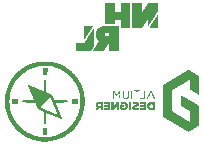
<source format=gbo>
G04*
G04 #@! TF.GenerationSoftware,Altium Limited,Altium Designer,22.9.1 (49)*
G04*
G04 Layer_Color=32896*
%FSLAX25Y25*%
%MOIN*%
G70*
G04*
G04 #@! TF.SameCoordinates,DEE7DE5E-5230-4543-89B2-9CAB29215946*
G04*
G04*
G04 #@! TF.FilePolarity,Positive*
G04*
G01*
G75*
G36*
X306118Y142300D02*
X302882D01*
Y145097D01*
X302859D01*
Y145120D01*
X300964D01*
Y145097D01*
X300941D01*
Y143687D01*
X297683D01*
Y150666D01*
X300941D01*
Y147824D01*
X300964D01*
Y147800D01*
X302882D01*
Y150666D01*
X306118D01*
Y142300D01*
D02*
G37*
G36*
X315315Y147916D02*
X315269D01*
Y147870D01*
X315246D01*
Y147824D01*
X315223D01*
Y147800D01*
X315200D01*
Y147754D01*
X315177D01*
Y147731D01*
X315153D01*
Y147685D01*
X315130D01*
Y147662D01*
X315107D01*
Y147616D01*
X315084D01*
Y147569D01*
X315061D01*
Y147546D01*
X315038D01*
Y147500D01*
X315015D01*
Y147477D01*
X314992D01*
Y147431D01*
X314968D01*
Y147408D01*
X314945D01*
Y147361D01*
X314922D01*
Y147315D01*
X314899D01*
Y147292D01*
X314876D01*
Y147246D01*
X314853D01*
Y147223D01*
X314830D01*
Y147177D01*
X314807D01*
Y147130D01*
X314784D01*
Y147107D01*
X314760D01*
Y147061D01*
X314737D01*
Y147038D01*
X314714D01*
Y146992D01*
X314691D01*
Y146968D01*
X314668D01*
Y146922D01*
X314645D01*
Y146876D01*
X314622D01*
Y146853D01*
X314599D01*
Y146807D01*
X314576D01*
Y146784D01*
X314552D01*
Y146737D01*
X314529D01*
Y146714D01*
X314506D01*
Y146668D01*
X314483D01*
Y146622D01*
X314460D01*
Y146599D01*
X314437D01*
Y146553D01*
X314414D01*
Y146529D01*
X314391D01*
Y146483D01*
X314368D01*
Y146437D01*
X314345D01*
Y146414D01*
X314321D01*
Y146368D01*
X314298D01*
Y146344D01*
X314275D01*
Y146298D01*
X314252D01*
Y146275D01*
X314229D01*
Y146229D01*
X314206D01*
Y146183D01*
X314183D01*
Y146160D01*
X314160D01*
Y146113D01*
X314137D01*
Y146090D01*
X314113D01*
Y146067D01*
X314090D01*
Y145998D01*
X314067D01*
Y145975D01*
X314044D01*
Y145929D01*
X314021D01*
Y145905D01*
X313998D01*
Y145859D01*
X313975D01*
Y145836D01*
X313952D01*
Y145790D01*
X313929D01*
Y145744D01*
X313906D01*
Y145721D01*
X313882D01*
Y145674D01*
X313859D01*
Y145651D01*
X313836D01*
Y145628D01*
X313813D01*
Y145582D01*
X313790D01*
Y145559D01*
X313767D01*
Y145490D01*
X313744D01*
Y145466D01*
X313721D01*
Y145443D01*
X313698D01*
Y145397D01*
X313674D01*
Y145374D01*
X313651D01*
Y145305D01*
X313628D01*
Y145282D01*
X313605D01*
Y145258D01*
X313582D01*
Y145212D01*
X313559D01*
Y145189D01*
X313536D01*
Y145143D01*
X313513D01*
Y145120D01*
X313490D01*
Y145073D01*
X313466D01*
Y145027D01*
X313443D01*
Y145004D01*
X313420D01*
Y144958D01*
X313397D01*
Y144935D01*
X313374D01*
Y144889D01*
X313351D01*
Y144842D01*
X313328D01*
Y144819D01*
X313305D01*
Y144773D01*
X313281D01*
Y144750D01*
X313258D01*
Y144704D01*
X313235D01*
Y144681D01*
X313212D01*
Y144634D01*
X313189D01*
Y144588D01*
X313166D01*
Y144565D01*
X313143D01*
Y144519D01*
X313120D01*
Y144496D01*
X313097D01*
Y144450D01*
X313073D01*
Y144427D01*
X313050D01*
Y144380D01*
X313027D01*
Y144334D01*
X313004D01*
Y144311D01*
X312981D01*
Y144265D01*
X312958D01*
Y144242D01*
X312935D01*
Y144195D01*
X312912D01*
Y144149D01*
X312889D01*
Y144126D01*
X312865D01*
Y144080D01*
X312842D01*
Y144057D01*
X312819D01*
Y144010D01*
X312796D01*
Y143987D01*
X312773D01*
Y143941D01*
X312750D01*
Y143895D01*
X312727D01*
Y143872D01*
X312704D01*
Y143826D01*
X312681D01*
Y143802D01*
X312658D01*
Y143756D01*
X312634D01*
Y143733D01*
X312611D01*
Y143687D01*
X312588D01*
Y143641D01*
X312565D01*
Y143618D01*
X312542D01*
Y143571D01*
X312519D01*
Y143548D01*
X312496D01*
Y143502D01*
X312473D01*
Y143456D01*
X312450D01*
Y143433D01*
X312426D01*
Y143387D01*
X312403D01*
Y143363D01*
X312380D01*
Y143317D01*
X312357D01*
Y143294D01*
X312334D01*
Y143248D01*
X312311D01*
Y143202D01*
X312288D01*
Y143179D01*
X312265D01*
Y143132D01*
X312242D01*
Y143109D01*
X312218D01*
Y143063D01*
X312195D01*
Y143017D01*
X312172D01*
Y142994D01*
X312149D01*
Y142947D01*
X312103D01*
Y143294D01*
X312080D01*
Y144010D01*
X312057D01*
Y144958D01*
X312034D01*
Y145420D01*
X312011D01*
Y145397D01*
X311987D01*
Y145351D01*
X311964D01*
Y145328D01*
X311941D01*
Y145282D01*
X311918D01*
Y145258D01*
X311895D01*
Y145212D01*
X311872D01*
Y145166D01*
X311849D01*
Y145143D01*
X311826D01*
Y145097D01*
X311803D01*
Y145073D01*
X311779D01*
Y145027D01*
X311756D01*
Y145004D01*
X311733D01*
Y144958D01*
X311710D01*
Y144912D01*
X311687D01*
Y144889D01*
X311664D01*
Y144842D01*
X311641D01*
Y144819D01*
X311618D01*
Y144773D01*
X311595D01*
Y144727D01*
X311571D01*
Y144704D01*
X311548D01*
Y144658D01*
X311525D01*
Y144634D01*
X311502D01*
Y144588D01*
X311479D01*
Y144565D01*
X311456D01*
Y144519D01*
X311433D01*
Y144473D01*
X311410D01*
Y144450D01*
X311387D01*
Y144403D01*
X311364D01*
Y144380D01*
X311340D01*
Y144334D01*
X311317D01*
Y144288D01*
X311294D01*
Y144265D01*
X311271D01*
Y144219D01*
X311248D01*
Y144195D01*
X311225D01*
Y144149D01*
X311202D01*
Y144126D01*
X311179D01*
Y144103D01*
X311156D01*
Y144034D01*
X311132D01*
Y144010D01*
X311109D01*
Y143964D01*
X311086D01*
Y143941D01*
X311063D01*
Y143918D01*
X311040D01*
Y143872D01*
X311017D01*
Y143826D01*
X310994D01*
Y143779D01*
X310971D01*
Y143756D01*
X310947D01*
Y143710D01*
X310924D01*
Y143687D01*
X310901D01*
Y143664D01*
X310878D01*
Y143595D01*
X310855D01*
Y143571D01*
X310832D01*
Y143525D01*
X310809D01*
Y143502D01*
X310786D01*
Y143479D01*
X310763D01*
Y143433D01*
X310739D01*
Y143387D01*
X310716D01*
Y143340D01*
X310693D01*
Y143317D01*
X310670D01*
Y143294D01*
X310647D01*
Y143248D01*
X310624D01*
Y143225D01*
X310601D01*
Y143179D01*
X310578D01*
Y143132D01*
X310555D01*
Y143086D01*
X310531D01*
Y143063D01*
X310508D01*
Y143040D01*
X310485D01*
Y142994D01*
X310462D01*
Y142947D01*
X310439D01*
Y142901D01*
X310416D01*
Y142878D01*
X310393D01*
Y142855D01*
X310370D01*
Y142809D01*
X310347D01*
Y142786D01*
X310324D01*
Y142739D01*
X310300D01*
Y142693D01*
X310277D01*
Y142670D01*
X310254D01*
Y142624D01*
X310231D01*
Y142601D01*
X310208D01*
Y142555D01*
X310185D01*
Y142532D01*
X310162D01*
Y142462D01*
X310139D01*
Y142439D01*
X310116D01*
Y142416D01*
X310092D01*
Y142370D01*
X310069D01*
Y142347D01*
X310046D01*
Y142300D01*
X306765D01*
Y150666D01*
X310000D01*
Y147500D01*
X310046D01*
Y147546D01*
X310069D01*
Y147569D01*
X310092D01*
Y147616D01*
X310116D01*
Y147639D01*
X310139D01*
Y147685D01*
X310162D01*
Y147731D01*
X310185D01*
Y147754D01*
X310208D01*
Y147800D01*
X310231D01*
Y147824D01*
X310254D01*
Y147870D01*
X310277D01*
Y147916D01*
X310300D01*
Y147939D01*
X310324D01*
Y147985D01*
X310347D01*
Y148008D01*
X310370D01*
Y148055D01*
X310393D01*
Y148078D01*
X310416D01*
Y148124D01*
X310439D01*
Y148170D01*
X310462D01*
Y148193D01*
X310485D01*
Y148240D01*
X310508D01*
Y148263D01*
X310531D01*
Y148309D01*
X310555D01*
Y148355D01*
X310578D01*
Y148378D01*
X310601D01*
Y148424D01*
X310624D01*
Y148448D01*
X310647D01*
Y148494D01*
X310670D01*
Y148517D01*
X310693D01*
Y148563D01*
X310716D01*
Y148609D01*
X310739D01*
Y148632D01*
X310763D01*
Y148679D01*
X310786D01*
Y148702D01*
X310809D01*
Y148748D01*
X310832D01*
Y148794D01*
X310855D01*
Y148817D01*
X310878D01*
Y148863D01*
X310901D01*
Y148887D01*
X310924D01*
Y148933D01*
X310947D01*
Y148956D01*
X310971D01*
Y149002D01*
X310994D01*
Y149048D01*
X311017D01*
Y149071D01*
X311040D01*
Y149118D01*
X311063D01*
Y149141D01*
X311086D01*
Y149187D01*
X311109D01*
Y149233D01*
X311132D01*
Y149256D01*
X311156D01*
Y149302D01*
X311179D01*
Y149326D01*
X311202D01*
Y149372D01*
X311225D01*
Y149395D01*
X311248D01*
Y149441D01*
X311271D01*
Y149487D01*
X311294D01*
Y149511D01*
X311317D01*
Y149557D01*
X311340D01*
Y149580D01*
X311364D01*
Y149626D01*
X311387D01*
Y149672D01*
X311410D01*
Y149695D01*
X311433D01*
Y149742D01*
X311456D01*
Y149765D01*
X311479D01*
Y149811D01*
X311502D01*
Y149834D01*
X311525D01*
Y149880D01*
X311548D01*
Y149926D01*
X311571D01*
Y149950D01*
X311595D01*
Y149996D01*
X311618D01*
Y150019D01*
X311641D01*
Y150065D01*
X311664D01*
Y150111D01*
X311687D01*
Y150134D01*
X311710D01*
Y150181D01*
X311733D01*
Y150204D01*
X311756D01*
Y150250D01*
X311779D01*
Y150273D01*
X311803D01*
Y150319D01*
X311826D01*
Y150365D01*
X311849D01*
Y150389D01*
X311872D01*
Y150435D01*
X311895D01*
Y150458D01*
X311918D01*
Y150504D01*
X311941D01*
Y150550D01*
X311964D01*
Y150574D01*
X311987D01*
Y150620D01*
X312011D01*
Y150666D01*
X315315D01*
Y147916D01*
D02*
G37*
G36*
X315269Y146668D02*
X315292D01*
Y146576D01*
X315315D01*
Y145744D01*
Y145721D01*
Y142300D01*
X312773D01*
Y142324D01*
X312565D01*
Y142347D01*
X312473D01*
Y142416D01*
X312496D01*
Y142462D01*
X312519D01*
Y142485D01*
X312542D01*
Y142532D01*
X312565D01*
Y142578D01*
X312588D01*
Y142601D01*
X312611D01*
Y142647D01*
X312634D01*
Y142670D01*
X312658D01*
Y142716D01*
X312681D01*
Y142739D01*
X312704D01*
Y142809D01*
X312727D01*
Y142832D01*
X312750D01*
Y142878D01*
X312773D01*
Y142901D01*
X312796D01*
Y142947D01*
X312819D01*
Y142994D01*
X312842D01*
Y143017D01*
X312865D01*
Y143063D01*
X312889D01*
Y143109D01*
X312912D01*
Y143132D01*
X312935D01*
Y143179D01*
X312958D01*
Y143202D01*
X312981D01*
Y143248D01*
X313004D01*
Y143271D01*
X313027D01*
Y143317D01*
X313050D01*
Y143363D01*
X313073D01*
Y143387D01*
X313097D01*
Y143433D01*
X313120D01*
Y143456D01*
X313143D01*
Y143502D01*
X313166D01*
Y143548D01*
X313189D01*
Y143571D01*
X313212D01*
Y143618D01*
X313235D01*
Y143641D01*
X313258D01*
Y143687D01*
X313281D01*
Y143710D01*
X313305D01*
Y143756D01*
X313328D01*
Y143802D01*
X313351D01*
Y143826D01*
X313374D01*
Y143872D01*
X313397D01*
Y143895D01*
X313420D01*
Y143941D01*
X313443D01*
Y143964D01*
X313466D01*
Y144010D01*
X313490D01*
Y144057D01*
X313513D01*
Y144080D01*
X313536D01*
Y144126D01*
X313559D01*
Y144172D01*
X313582D01*
Y144195D01*
X313605D01*
Y144242D01*
X313628D01*
Y144265D01*
X313651D01*
Y144311D01*
X313674D01*
Y144334D01*
X313698D01*
Y144380D01*
X313721D01*
Y144427D01*
X313744D01*
Y144450D01*
X313767D01*
Y144496D01*
X313790D01*
Y144519D01*
X313813D01*
Y144565D01*
X313836D01*
Y144611D01*
X313859D01*
Y144634D01*
X313882D01*
Y144681D01*
X313906D01*
Y144704D01*
X313929D01*
Y144773D01*
X313952D01*
Y144796D01*
X313975D01*
Y144819D01*
X313998D01*
Y144866D01*
X314021D01*
Y144889D01*
X314044D01*
Y144935D01*
X314067D01*
Y144958D01*
X314090D01*
Y145004D01*
X314113D01*
Y145050D01*
X314137D01*
Y145073D01*
X314160D01*
Y145120D01*
X314183D01*
Y145143D01*
X314206D01*
Y145212D01*
X314229D01*
Y145235D01*
X314252D01*
Y145282D01*
X314275D01*
Y145305D01*
X314298D01*
Y145328D01*
X314321D01*
Y145374D01*
X314345D01*
Y145420D01*
X314368D01*
Y145443D01*
X314391D01*
Y145490D01*
X314414D01*
Y145513D01*
X314437D01*
Y145559D01*
X314460D01*
Y145582D01*
X314483D01*
Y145628D01*
X314506D01*
Y145674D01*
X314529D01*
Y145721D01*
X314552D01*
Y145744D01*
X314576D01*
Y145790D01*
X314599D01*
Y145836D01*
X314622D01*
Y145859D01*
X314645D01*
Y145905D01*
X314668D01*
Y145929D01*
X314691D01*
Y145952D01*
X314714D01*
Y145998D01*
X314737D01*
Y146021D01*
X314760D01*
Y146067D01*
X314784D01*
Y146090D01*
X314807D01*
Y146137D01*
X314830D01*
Y146183D01*
X314853D01*
Y146206D01*
X314876D01*
Y146252D01*
X314899D01*
Y146275D01*
X314922D01*
Y146321D01*
X314945D01*
Y146368D01*
X314968D01*
Y146391D01*
X314992D01*
Y146437D01*
X315015D01*
Y146460D01*
X315038D01*
Y146506D01*
X315061D01*
Y146529D01*
X315084D01*
Y146576D01*
X315107D01*
Y146622D01*
X315130D01*
Y146645D01*
X315153D01*
Y146691D01*
X315177D01*
Y146714D01*
X315200D01*
Y146784D01*
X315269D01*
Y146668D01*
D02*
G37*
G36*
X291258Y143017D02*
X293708D01*
Y142994D01*
X293731D01*
Y142971D01*
X293708D01*
Y142947D01*
X293685D01*
Y142901D01*
X293662D01*
Y142878D01*
X293639D01*
Y142832D01*
X293616D01*
Y142809D01*
X293592D01*
Y142763D01*
X293569D01*
Y142739D01*
X293546D01*
Y142716D01*
X293523D01*
Y142647D01*
X293500D01*
Y142624D01*
X293477D01*
Y142578D01*
X293454D01*
Y142555D01*
X293431D01*
Y142532D01*
X293408D01*
Y142485D01*
X293385D01*
Y142462D01*
X293361D01*
Y142416D01*
X293338D01*
Y142393D01*
X293315D01*
Y142347D01*
X293292D01*
Y142300D01*
X293269D01*
Y142277D01*
X293246D01*
Y142231D01*
X293223D01*
Y142208D01*
X293200D01*
Y142162D01*
X293177D01*
Y142139D01*
X293153D01*
Y142092D01*
X293130D01*
Y142046D01*
X293107D01*
Y142023D01*
X293084D01*
Y141977D01*
X293061D01*
Y141954D01*
X293038D01*
Y141908D01*
X293015D01*
Y141884D01*
X292992D01*
Y141861D01*
X292969D01*
Y141815D01*
X292945D01*
Y141769D01*
X292922D01*
Y141746D01*
X292899D01*
Y141700D01*
X292876D01*
Y141676D01*
X292853D01*
Y141630D01*
X292830D01*
Y141607D01*
X292807D01*
Y141561D01*
X292784D01*
Y141515D01*
X292760D01*
Y141492D01*
X292737D01*
Y141445D01*
X292714D01*
Y141422D01*
X292691D01*
Y141376D01*
X292668D01*
Y141353D01*
X292645D01*
Y141307D01*
X292622D01*
Y141284D01*
X292599D01*
Y141237D01*
X292576D01*
Y141191D01*
X292552D01*
Y141168D01*
X292529D01*
Y141122D01*
X292506D01*
Y141099D01*
X292483D01*
Y141052D01*
X292460D01*
Y141029D01*
X292437D01*
Y141006D01*
X292414D01*
Y140960D01*
X292391D01*
Y140914D01*
X292368D01*
Y140891D01*
X292344D01*
Y140845D01*
X292321D01*
Y140821D01*
X292298D01*
Y140775D01*
X292275D01*
Y140752D01*
X292252D01*
Y140706D01*
X292229D01*
Y140683D01*
X292206D01*
Y140637D01*
X292183D01*
Y140590D01*
X292160D01*
Y140567D01*
X292137D01*
Y140521D01*
X292113D01*
Y140498D01*
X292090D01*
Y140452D01*
X292067D01*
Y140429D01*
X292044D01*
Y140382D01*
X292021D01*
Y140359D01*
X291998D01*
Y140313D01*
X291975D01*
Y140267D01*
X291952D01*
Y140244D01*
X291929D01*
Y140221D01*
X291905D01*
Y140174D01*
X291882D01*
Y140151D01*
X291859D01*
Y140105D01*
X291836D01*
Y140082D01*
X291813D01*
Y140036D01*
X291790D01*
Y139989D01*
X291767D01*
Y139966D01*
X291744D01*
Y139920D01*
X291721D01*
Y139897D01*
X291698D01*
Y139851D01*
X291674D01*
Y139828D01*
X291651D01*
Y139781D01*
X291628D01*
Y139735D01*
X291605D01*
Y139712D01*
X291582D01*
Y139666D01*
X291559D01*
Y139643D01*
X291536D01*
Y139597D01*
X291513D01*
Y139574D01*
X291490D01*
Y139527D01*
X291466D01*
Y139504D01*
X291443D01*
Y139458D01*
X291420D01*
Y139412D01*
X291397D01*
Y139389D01*
X291374D01*
Y139342D01*
X291351D01*
Y139319D01*
X291328D01*
Y139296D01*
X291305D01*
Y139250D01*
X291282D01*
Y139227D01*
X291258D01*
Y139181D01*
X291235D01*
Y139134D01*
X291212D01*
Y139111D01*
X291189D01*
Y139065D01*
X291166D01*
Y139042D01*
X291143D01*
Y138996D01*
X291120D01*
Y138973D01*
X291097D01*
Y138926D01*
X291073D01*
Y138880D01*
X291050D01*
Y138857D01*
X291027D01*
Y138811D01*
X291004D01*
Y138788D01*
X290981D01*
Y138742D01*
X290958D01*
Y138718D01*
X290935D01*
Y138672D01*
X290912D01*
Y138649D01*
X290889D01*
Y138603D01*
X290865D01*
Y138557D01*
X290842D01*
Y138534D01*
X290796D01*
Y139042D01*
X290773D01*
Y143017D01*
X290912D01*
Y143040D01*
X291258D01*
Y143017D01*
D02*
G37*
G36*
X301496Y143040D02*
X302166D01*
Y143017D01*
X302189D01*
Y134721D01*
X302166D01*
Y134697D01*
X298908D01*
Y134721D01*
X298885D01*
Y135345D01*
X298861D01*
Y136939D01*
X298838D01*
Y137008D01*
X298861D01*
Y137101D01*
X298838D01*
Y137124D01*
X298792D01*
Y137055D01*
X298769D01*
Y137031D01*
X298746D01*
Y136985D01*
X298723D01*
Y136939D01*
X298700D01*
Y136916D01*
X298676D01*
Y136893D01*
Y136870D01*
X298653D01*
Y136847D01*
X298630D01*
Y136800D01*
X298607D01*
Y136777D01*
X298584D01*
Y136731D01*
X298561D01*
Y136685D01*
X298538D01*
Y136662D01*
X298515D01*
Y136616D01*
X298492D01*
Y136592D01*
X298468D01*
Y136546D01*
X298445D01*
Y136523D01*
X298422D01*
Y136477D01*
X298399D01*
Y136431D01*
X298376D01*
Y136408D01*
X298353D01*
Y136361D01*
X298330D01*
Y136338D01*
X298307D01*
Y136292D01*
X298284D01*
Y136246D01*
X298260D01*
Y136223D01*
X298237D01*
Y136177D01*
X298214D01*
Y136153D01*
X298191D01*
Y136107D01*
X298168D01*
Y136084D01*
X298145D01*
Y136038D01*
X298122D01*
Y135992D01*
X298099D01*
Y135968D01*
X298076D01*
Y135922D01*
X298053D01*
Y135899D01*
X298029D01*
Y135853D01*
X298006D01*
Y135807D01*
X297983D01*
Y135784D01*
X297960D01*
Y135737D01*
X297937D01*
Y135714D01*
X297914D01*
Y135668D01*
X297891D01*
Y135622D01*
X297868D01*
Y135599D01*
X297845D01*
Y135553D01*
X297821D01*
Y135529D01*
X297798D01*
Y135483D01*
X297775D01*
Y135460D01*
X297752D01*
Y135414D01*
X297729D01*
Y135368D01*
X297706D01*
Y135345D01*
X297683D01*
Y135298D01*
X297660D01*
Y135275D01*
X297637D01*
Y135229D01*
X297614D01*
Y135183D01*
X297590D01*
Y135160D01*
X297567D01*
Y135113D01*
X297544D01*
Y135090D01*
X297521D01*
Y135044D01*
X297498D01*
Y134998D01*
X297475D01*
Y134975D01*
X297452D01*
Y134929D01*
X297429D01*
Y134906D01*
X297406D01*
Y134859D01*
X297382D01*
Y134836D01*
X297359D01*
Y134790D01*
X297336D01*
Y134744D01*
X297313D01*
Y134721D01*
X297290D01*
Y134697D01*
X294032D01*
Y134721D01*
X293731D01*
Y134744D01*
X293685D01*
Y134767D01*
X293662D01*
Y134813D01*
X293685D01*
Y134859D01*
X293708D01*
Y134882D01*
X293731D01*
Y134906D01*
X293754D01*
Y134975D01*
X293777D01*
Y134998D01*
X293800D01*
Y135044D01*
X293824D01*
Y135067D01*
X293847D01*
Y135113D01*
X293870D01*
Y135160D01*
X293893D01*
Y135183D01*
X293916D01*
Y135229D01*
X293939D01*
Y135252D01*
X293962D01*
Y135298D01*
X293985D01*
Y135345D01*
X294008D01*
Y135368D01*
X294032D01*
Y135414D01*
X294055D01*
Y135437D01*
X294078D01*
Y135483D01*
X294101D01*
Y135529D01*
X294124D01*
Y135553D01*
X294147D01*
Y135599D01*
X294170D01*
Y135622D01*
X294193D01*
Y135691D01*
X294216D01*
Y135714D01*
X294239D01*
Y135760D01*
X294263D01*
Y135784D01*
X294286D01*
Y135830D01*
X294309D01*
Y135853D01*
X294332D01*
Y135899D01*
X294355D01*
Y135945D01*
X294378D01*
Y135968D01*
X294401D01*
Y136015D01*
X294424D01*
Y136038D01*
X294447D01*
Y136084D01*
X294471D01*
Y136130D01*
X294494D01*
Y136153D01*
X294517D01*
Y136200D01*
X294540D01*
Y136223D01*
X294563D01*
Y136269D01*
X294586D01*
Y136315D01*
X294609D01*
Y136338D01*
X294632D01*
Y136384D01*
X294655D01*
Y136408D01*
X294679D01*
Y136454D01*
X294702D01*
Y136477D01*
X294725D01*
Y136500D01*
X294748D01*
Y136546D01*
X294771D01*
Y136569D01*
X294794D01*
Y136616D01*
X294817D01*
Y136639D01*
X294840D01*
Y136685D01*
X294864D01*
Y136731D01*
X294887D01*
Y136754D01*
X294910D01*
Y136800D01*
X294933D01*
Y136823D01*
X294956D01*
Y136870D01*
X294979D01*
Y136893D01*
X295002D01*
Y136939D01*
X295025D01*
Y136985D01*
X295048D01*
Y137008D01*
X295071D01*
Y137055D01*
X295094D01*
Y137078D01*
X295118D01*
Y137124D01*
X295141D01*
Y137170D01*
X295164D01*
Y137193D01*
X295187D01*
Y137240D01*
X295210D01*
Y137263D01*
X295233D01*
Y137309D01*
X295256D01*
Y137355D01*
X295279D01*
Y137378D01*
X295303D01*
Y137424D01*
X295326D01*
Y137448D01*
X295349D01*
Y137494D01*
X295372D01*
Y137517D01*
X295395D01*
Y137563D01*
X295418D01*
Y137609D01*
X295441D01*
Y137632D01*
X295464D01*
Y137679D01*
X295487D01*
Y137725D01*
X295511D01*
Y137771D01*
X295534D01*
Y137794D01*
X295557D01*
Y137840D01*
X295580D01*
Y137887D01*
X295603D01*
Y137910D01*
X295626D01*
Y137979D01*
X295603D01*
Y138002D01*
X295580D01*
Y138025D01*
X295557D01*
Y138048D01*
X295534D01*
Y138071D01*
X295511D01*
Y138094D01*
X295487D01*
Y138118D01*
X295464D01*
Y138164D01*
X295441D01*
Y138187D01*
X295418D01*
Y138210D01*
X295395D01*
Y138233D01*
X295372D01*
Y138256D01*
X295349D01*
Y138279D01*
X295326D01*
Y138303D01*
X295303D01*
Y138349D01*
X295279D01*
Y138372D01*
X295256D01*
Y138395D01*
X295233D01*
Y138418D01*
X295210D01*
Y138441D01*
X295187D01*
Y138487D01*
X295164D01*
Y138511D01*
X295141D01*
Y138557D01*
X295118D01*
Y138580D01*
X295094D01*
Y138626D01*
X295071D01*
Y138672D01*
X295048D01*
Y138695D01*
X295025D01*
Y138742D01*
X295002D01*
Y138788D01*
X294979D01*
Y138834D01*
X294956D01*
Y138880D01*
X294933D01*
Y138903D01*
X294910D01*
Y138973D01*
X294887D01*
Y139019D01*
X294864D01*
Y139088D01*
X294840D01*
Y139134D01*
X294817D01*
Y139204D01*
X294794D01*
Y139273D01*
X294771D01*
Y139342D01*
X294748D01*
Y139458D01*
X294725D01*
Y139527D01*
X294702D01*
Y139666D01*
X294679D01*
Y139828D01*
X294655D01*
Y140059D01*
X294632D01*
Y140336D01*
X294655D01*
Y140544D01*
X294679D01*
Y140729D01*
X294702D01*
Y140845D01*
X294725D01*
Y140937D01*
X294748D01*
Y141052D01*
X294771D01*
Y141099D01*
X294794D01*
Y141214D01*
X294817D01*
Y141261D01*
X294840D01*
Y141307D01*
X294864D01*
Y141376D01*
X294887D01*
Y141422D01*
X294910D01*
Y141492D01*
X294933D01*
Y141515D01*
X294956D01*
Y141561D01*
X294979D01*
Y141607D01*
X295002D01*
Y141653D01*
X295025D01*
Y141700D01*
X295048D01*
Y141723D01*
X295071D01*
Y141769D01*
X295094D01*
Y141792D01*
X295118D01*
Y141815D01*
X295141D01*
Y141861D01*
X295164D01*
Y141884D01*
X295187D01*
Y141931D01*
X295210D01*
Y141954D01*
X295233D01*
Y141977D01*
X295256D01*
Y142000D01*
X295279D01*
Y142023D01*
X295303D01*
Y142046D01*
X295326D01*
Y142069D01*
X295349D01*
Y142115D01*
X295372D01*
Y142139D01*
X295418D01*
Y142162D01*
X295441D01*
Y142185D01*
X295464D01*
Y142208D01*
X295487D01*
Y142231D01*
X295511D01*
Y142254D01*
X295534D01*
Y142277D01*
X295557D01*
Y142300D01*
X295603D01*
Y142324D01*
X295626D01*
Y142347D01*
X295672D01*
Y142370D01*
X295695D01*
Y142393D01*
X295719D01*
Y142416D01*
X295765D01*
Y142439D01*
X295788D01*
Y142462D01*
X295857D01*
Y142485D01*
X295880D01*
Y142508D01*
X295926D01*
Y142532D01*
X295973D01*
Y142555D01*
X296019D01*
Y142578D01*
X296065D01*
Y142601D01*
X296111D01*
Y142624D01*
X296158D01*
Y142647D01*
X296204D01*
Y142670D01*
X296250D01*
Y142693D01*
X296319D01*
Y142716D01*
X296365D01*
Y142739D01*
X296458D01*
Y142763D01*
X296504D01*
Y142786D01*
X296573D01*
Y142809D01*
X296620D01*
Y142832D01*
X296689D01*
Y142855D01*
X296805D01*
Y142878D01*
X296851D01*
Y142901D01*
X296989D01*
Y142924D01*
X297082D01*
Y142947D01*
X297198D01*
Y142971D01*
X297382D01*
Y142994D01*
X297475D01*
Y143017D01*
X298006D01*
Y143040D01*
X298746D01*
Y143063D01*
X301496D01*
Y143040D01*
D02*
G37*
G36*
X294008Y142347D02*
X294032D01*
Y141977D01*
X294055D01*
Y141261D01*
X294078D01*
Y136361D01*
X294055D01*
Y136338D01*
X294032D01*
Y136292D01*
X294008D01*
Y136246D01*
X293985D01*
Y136223D01*
X293962D01*
Y136177D01*
X293939D01*
Y136153D01*
X293916D01*
Y136107D01*
X293893D01*
Y136084D01*
X293870D01*
Y136038D01*
X293847D01*
Y135992D01*
X293824D01*
Y135968D01*
X293800D01*
Y135922D01*
X293777D01*
Y135899D01*
X293754D01*
Y135853D01*
X293731D01*
Y135807D01*
X293708D01*
Y135784D01*
X293685D01*
Y135737D01*
X293662D01*
Y135714D01*
X293639D01*
Y135668D01*
X293616D01*
Y135645D01*
X293592D01*
Y135599D01*
X293569D01*
Y135553D01*
X293546D01*
Y135529D01*
X293523D01*
Y135483D01*
X293500D01*
Y135460D01*
X293477D01*
Y135414D01*
X293454D01*
Y135391D01*
X293431D01*
Y135345D01*
X293408D01*
Y135298D01*
X293385D01*
Y135275D01*
X293361D01*
Y135229D01*
X293338D01*
Y135206D01*
X293315D01*
Y135160D01*
X293292D01*
Y135137D01*
X293269D01*
Y135090D01*
X293246D01*
Y135044D01*
X293223D01*
Y135021D01*
X293200D01*
Y134975D01*
X293177D01*
Y134952D01*
X293153D01*
Y134906D01*
X293130D01*
Y134882D01*
X293107D01*
Y134859D01*
X293084D01*
Y134813D01*
X293061D01*
Y134767D01*
X293038D01*
Y134744D01*
X293015D01*
Y134697D01*
X288092D01*
Y137355D01*
X290773D01*
Y137378D01*
X290796D01*
Y137401D01*
X290819D01*
Y137424D01*
X290842D01*
Y137471D01*
X290865D01*
Y137517D01*
X290889D01*
Y137540D01*
X290912D01*
Y137586D01*
X290935D01*
Y137609D01*
X290958D01*
Y137632D01*
X290981D01*
Y137679D01*
X291004D01*
Y137725D01*
X291027D01*
Y137771D01*
X291050D01*
Y137794D01*
X291073D01*
Y137840D01*
X291097D01*
Y137863D01*
X291120D01*
Y137887D01*
X291143D01*
Y137956D01*
X291166D01*
Y137979D01*
X291189D01*
Y138025D01*
X291212D01*
Y138048D01*
X291235D01*
Y138094D01*
X291258D01*
Y138141D01*
X291282D01*
Y138164D01*
X291305D01*
Y138210D01*
X291328D01*
Y138233D01*
X291351D01*
Y138279D01*
X291374D01*
Y138303D01*
X291397D01*
Y138326D01*
X291420D01*
Y138395D01*
X291443D01*
Y138418D01*
X291466D01*
Y138464D01*
X291490D01*
Y138487D01*
X291513D01*
Y138511D01*
X291536D01*
Y138557D01*
X291559D01*
Y138580D01*
X291582D01*
Y138626D01*
X291605D01*
Y138672D01*
X291628D01*
Y138695D01*
X291651D01*
Y138742D01*
X291674D01*
Y138765D01*
X291698D01*
Y138811D01*
X291721D01*
Y138857D01*
X291744D01*
Y138880D01*
X291767D01*
Y138926D01*
X291790D01*
Y138950D01*
X291813D01*
Y138996D01*
X291836D01*
Y139019D01*
X291859D01*
Y139065D01*
X291882D01*
Y139111D01*
X291905D01*
Y139134D01*
X291929D01*
Y139181D01*
X291952D01*
Y139204D01*
X291975D01*
Y139250D01*
X291998D01*
Y139273D01*
X292021D01*
Y139319D01*
X292044D01*
Y139365D01*
X292067D01*
Y139389D01*
X292090D01*
Y139435D01*
X292113D01*
Y139458D01*
X292137D01*
Y139504D01*
X292160D01*
Y139550D01*
X292183D01*
Y139574D01*
X292206D01*
Y139620D01*
X292229D01*
Y139643D01*
X292252D01*
Y139689D01*
X292275D01*
Y139712D01*
X292298D01*
Y139758D01*
X292321D01*
Y139805D01*
X292344D01*
Y139828D01*
X292368D01*
Y139874D01*
X292391D01*
Y139897D01*
X292414D01*
Y139943D01*
X292437D01*
Y139966D01*
X292460D01*
Y140013D01*
X292483D01*
Y140036D01*
X292506D01*
Y140059D01*
X292529D01*
Y140105D01*
X292552D01*
Y140151D01*
X292576D01*
Y140174D01*
X292599D01*
Y140221D01*
X292622D01*
Y140244D01*
X292645D01*
Y140290D01*
X292668D01*
Y140313D01*
X292691D01*
Y140359D01*
X292714D01*
Y140405D01*
X292737D01*
Y140429D01*
X292760D01*
Y140475D01*
X292784D01*
Y140498D01*
X292807D01*
Y140544D01*
X292830D01*
Y140567D01*
X292853D01*
Y140613D01*
X292876D01*
Y140660D01*
X292899D01*
Y140683D01*
X292922D01*
Y140729D01*
X292945D01*
Y140752D01*
X292969D01*
Y140798D01*
X292992D01*
Y140821D01*
X293015D01*
Y140868D01*
X293038D01*
Y140914D01*
X293061D01*
Y140937D01*
X293084D01*
Y140983D01*
X293107D01*
Y141006D01*
X293130D01*
Y141052D01*
X293153D01*
Y141076D01*
X293177D01*
Y141099D01*
X293200D01*
Y141145D01*
X293223D01*
Y141168D01*
X293246D01*
Y141237D01*
X293269D01*
Y141261D01*
X293292D01*
Y141284D01*
X293315D01*
Y141330D01*
X293338D01*
Y141353D01*
X293361D01*
Y141399D01*
X293385D01*
Y141422D01*
X293408D01*
Y141469D01*
X293431D01*
Y141515D01*
X293454D01*
Y141538D01*
X293477D01*
Y141584D01*
X293500D01*
Y141607D01*
X293523D01*
Y141653D01*
X293546D01*
Y141676D01*
X293569D01*
Y141723D01*
X293592D01*
Y141769D01*
X293616D01*
Y141792D01*
X293639D01*
Y141838D01*
X293662D01*
Y141861D01*
X293685D01*
Y141908D01*
X293708D01*
Y141954D01*
X293731D01*
Y141977D01*
X293754D01*
Y142023D01*
X293777D01*
Y142046D01*
X293800D01*
Y142092D01*
X293824D01*
Y142115D01*
X293847D01*
Y142162D01*
X293870D01*
Y142185D01*
X293893D01*
Y142208D01*
X293916D01*
Y142254D01*
X293939D01*
Y142300D01*
X293962D01*
Y142347D01*
X293985D01*
Y142370D01*
X294008D01*
Y142347D01*
D02*
G37*
G36*
X309227Y121477D02*
X309318D01*
Y121432D01*
X309409D01*
Y121341D01*
X309364D01*
Y121295D01*
X309318D01*
Y121250D01*
X309000D01*
Y121204D01*
X308773D01*
Y121159D01*
X308591D01*
Y121114D01*
X308545D01*
Y121023D01*
X308500D01*
Y119023D01*
X308454D01*
Y118886D01*
Y118841D01*
X308409D01*
Y118796D01*
X308273D01*
Y118841D01*
X308227D01*
Y120750D01*
X308182D01*
Y120841D01*
X308227D01*
Y120932D01*
X308182D01*
Y121068D01*
X308136D01*
Y121114D01*
X308091D01*
Y121159D01*
X308045D01*
Y121204D01*
X307864D01*
Y121250D01*
X307364D01*
Y121295D01*
X307318D01*
Y121341D01*
X307273D01*
Y121432D01*
X307364D01*
Y121477D01*
X307454D01*
Y121523D01*
X308318D01*
Y121477D01*
X308364D01*
Y121523D01*
X309227D01*
Y121477D01*
D02*
G37*
G36*
X302682Y121432D02*
X302773D01*
Y121386D01*
X302818D01*
Y121295D01*
X302773D01*
Y121204D01*
X302818D01*
Y120704D01*
X302773D01*
Y118977D01*
X302727D01*
Y118886D01*
X302682D01*
Y118841D01*
X302545D01*
Y119023D01*
X302500D01*
Y120114D01*
X302545D01*
Y120341D01*
X302500D01*
Y120477D01*
X302454D01*
Y120659D01*
X302409D01*
Y120704D01*
X302318D01*
Y120614D01*
X302273D01*
Y120523D01*
X302227D01*
Y120432D01*
X302182D01*
Y120386D01*
X302136D01*
Y120341D01*
X302091D01*
Y120250D01*
X302045D01*
Y120204D01*
X302000D01*
Y120114D01*
X301955D01*
Y120068D01*
X301909D01*
Y120023D01*
X301864D01*
Y119932D01*
X301818D01*
Y119841D01*
X301773D01*
Y119796D01*
X301727D01*
Y119750D01*
X301682D01*
Y119704D01*
X301636D01*
Y119659D01*
X301591D01*
Y119614D01*
X301454D01*
Y119750D01*
X301409D01*
Y119796D01*
X301364D01*
Y119841D01*
X301318D01*
Y119886D01*
X301273D01*
Y119932D01*
X301227D01*
Y120023D01*
X301182D01*
Y120068D01*
X301136D01*
Y120204D01*
X301091D01*
Y120250D01*
X301045D01*
Y120341D01*
X301000D01*
Y120432D01*
X300955D01*
Y120477D01*
X300909D01*
Y120523D01*
X300864D01*
Y120568D01*
X300773D01*
Y120659D01*
X300727D01*
Y120750D01*
X300591D01*
Y118886D01*
X300545D01*
Y118841D01*
X300500D01*
Y118796D01*
X300454D01*
Y118750D01*
X300409D01*
Y118796D01*
X300364D01*
Y118841D01*
X300318D01*
Y120386D01*
X300273D01*
Y121114D01*
X300318D01*
Y121204D01*
X300273D01*
Y121432D01*
X300364D01*
Y121477D01*
X300636D01*
Y121432D01*
X300682D01*
Y121386D01*
X300727D01*
Y121341D01*
X300773D01*
Y121250D01*
X300818D01*
Y121204D01*
X300864D01*
Y121159D01*
X300909D01*
Y121068D01*
X300955D01*
Y120977D01*
X301000D01*
Y120886D01*
X301045D01*
Y120841D01*
X301091D01*
Y120750D01*
X301136D01*
Y120704D01*
X301182D01*
Y120614D01*
X301227D01*
Y120568D01*
X301273D01*
Y120477D01*
X301318D01*
Y120432D01*
X301364D01*
Y120386D01*
Y120341D01*
X301409D01*
Y120296D01*
X301454D01*
Y120204D01*
X301591D01*
Y120250D01*
X301682D01*
Y120296D01*
X301727D01*
Y120341D01*
X301773D01*
Y120386D01*
X301818D01*
Y120477D01*
X301864D01*
Y120523D01*
X301909D01*
Y120614D01*
X301955D01*
Y120659D01*
X302000D01*
Y120750D01*
X302045D01*
Y120796D01*
X302091D01*
Y120886D01*
X302136D01*
Y120977D01*
X302182D01*
Y121023D01*
X302227D01*
Y121068D01*
X302273D01*
Y121159D01*
X302318D01*
Y121250D01*
X302364D01*
Y121295D01*
X302409D01*
Y121386D01*
X302454D01*
Y121432D01*
X302500D01*
Y121477D01*
X302682D01*
Y121432D01*
D02*
G37*
G36*
X325909Y128159D02*
X325955D01*
Y128114D01*
X326045D01*
Y128068D01*
X326136D01*
Y128023D01*
X326227D01*
Y127977D01*
X326318D01*
Y127932D01*
X326364D01*
Y127886D01*
X326454D01*
Y127841D01*
X326545D01*
Y127796D01*
X326591D01*
Y127750D01*
X326727D01*
Y127705D01*
X326773D01*
Y127659D01*
X326864D01*
Y127614D01*
X326909D01*
Y127568D01*
X327000D01*
Y127523D01*
X327091D01*
Y127477D01*
X327182D01*
Y127432D01*
X327273D01*
Y127386D01*
X327318D01*
Y127341D01*
X327364D01*
Y127295D01*
X327454D01*
Y127250D01*
X327500D01*
Y127205D01*
X327636D01*
Y127159D01*
X327682D01*
Y127114D01*
X327818D01*
Y127068D01*
X327864D01*
Y127023D01*
X327955D01*
Y126977D01*
X328000D01*
Y126932D01*
X328045D01*
Y126886D01*
X328136D01*
Y126841D01*
X328227D01*
Y126795D01*
X328318D01*
Y126750D01*
X328364D01*
Y126705D01*
X328409D01*
Y126659D01*
X328500D01*
Y126614D01*
X328591D01*
Y126568D01*
X328682D01*
Y126523D01*
X328727D01*
Y126477D01*
X328818D01*
Y126432D01*
X328864D01*
Y126386D01*
X328909D01*
Y126295D01*
X328955D01*
Y126068D01*
X329000D01*
Y125977D01*
X329045D01*
Y120296D01*
X329000D01*
Y120250D01*
X328955D01*
Y120204D01*
X328909D01*
Y120159D01*
X328773D01*
Y120204D01*
X328682D01*
Y120250D01*
X328591D01*
Y120296D01*
X328500D01*
Y120341D01*
X328409D01*
Y120386D01*
X328318D01*
Y120432D01*
X328273D01*
Y120477D01*
X328182D01*
Y120523D01*
X328136D01*
Y120568D01*
X328045D01*
Y120614D01*
X328000D01*
Y120659D01*
X327864D01*
Y120704D01*
X327773D01*
Y120750D01*
X327727D01*
Y120796D01*
X327682D01*
Y120841D01*
X327636D01*
Y120886D01*
X327500D01*
Y120932D01*
X327409D01*
Y120977D01*
X327364D01*
Y121023D01*
X327273D01*
Y121068D01*
X327227D01*
Y121114D01*
X327091D01*
Y121159D01*
X327045D01*
Y121204D01*
X326955D01*
Y121250D01*
X326909D01*
Y121295D01*
X326818D01*
Y121341D01*
X326727D01*
Y121386D01*
X326682D01*
Y121432D01*
X326591D01*
Y121477D01*
X326545D01*
Y121523D01*
X326454D01*
Y121568D01*
X326364D01*
Y121614D01*
X326318D01*
Y121659D01*
X326227D01*
Y121704D01*
X326182D01*
Y121750D01*
X326136D01*
Y121795D01*
X326091D01*
Y121841D01*
X326045D01*
Y122114D01*
X326000D01*
Y124977D01*
X325955D01*
Y125023D01*
X325909D01*
Y125068D01*
X325773D01*
Y125023D01*
X325727D01*
Y124977D01*
X325636D01*
Y124932D01*
X325545D01*
Y124886D01*
X325500D01*
Y124841D01*
X325409D01*
Y124795D01*
X325364D01*
Y124750D01*
X325273D01*
Y124705D01*
X325182D01*
Y124659D01*
X325136D01*
Y124614D01*
X325045D01*
Y124568D01*
X324955D01*
Y124523D01*
X324909D01*
Y124477D01*
X324818D01*
Y124432D01*
X324727D01*
Y124386D01*
X324636D01*
Y124341D01*
X324591D01*
Y124295D01*
X324454D01*
Y124250D01*
X324409D01*
Y124205D01*
X324364D01*
Y124159D01*
X324273D01*
Y124114D01*
X324227D01*
Y124068D01*
X324091D01*
Y124023D01*
X324045D01*
Y123977D01*
X323955D01*
Y123932D01*
X323909D01*
Y123886D01*
X323864D01*
Y123841D01*
X323727D01*
Y123795D01*
X323682D01*
Y123750D01*
X323591D01*
Y123705D01*
X323500D01*
Y123659D01*
X323409D01*
Y123614D01*
X323318D01*
Y123568D01*
X323273D01*
Y123523D01*
X323227D01*
Y123477D01*
X323136D01*
Y123432D01*
X323045D01*
Y123386D01*
X322955D01*
Y123341D01*
X322909D01*
Y123295D01*
X322818D01*
Y123250D01*
X322773D01*
Y123205D01*
X322682D01*
Y123159D01*
X322591D01*
Y123114D01*
X322545D01*
Y123068D01*
X322455D01*
Y123023D01*
X322364D01*
Y122977D01*
X322273D01*
Y122932D01*
X322227D01*
Y122886D01*
X322136D01*
Y122841D01*
X322091D01*
Y122795D01*
X322000D01*
Y122750D01*
X321909D01*
Y122705D01*
X321864D01*
Y122659D01*
X321773D01*
Y122614D01*
X321727D01*
Y122568D01*
X321636D01*
Y122523D01*
X321545D01*
Y122477D01*
X321500D01*
Y122432D01*
X321364D01*
Y122386D01*
X321318D01*
Y122341D01*
X321227D01*
Y122295D01*
X321136D01*
Y122250D01*
X321091D01*
Y122204D01*
X321045D01*
Y122159D01*
X320954D01*
Y122114D01*
X320864D01*
Y122068D01*
X320818D01*
Y122023D01*
X320727D01*
Y121977D01*
X320636D01*
Y121932D01*
X320591D01*
Y121886D01*
X320500D01*
Y121841D01*
X320455D01*
Y121795D01*
X320409D01*
Y121750D01*
X320364D01*
Y121704D01*
X320318D01*
Y121659D01*
X320227D01*
Y121568D01*
X320182D01*
Y121523D01*
X320136D01*
Y121432D01*
X320091D01*
Y119841D01*
X320045D01*
Y119659D01*
X320000D01*
Y115341D01*
X320045D01*
Y115114D01*
X320091D01*
Y114750D01*
X320136D01*
Y114614D01*
X320182D01*
Y114523D01*
X320227D01*
Y114477D01*
X320273D01*
Y114432D01*
X320364D01*
Y114386D01*
X320409D01*
Y114341D01*
X320500D01*
Y114295D01*
X320545D01*
Y114250D01*
X320636D01*
Y114205D01*
X320682D01*
Y114159D01*
X320773D01*
Y114114D01*
X320818D01*
Y114068D01*
X320909D01*
Y114023D01*
X321000D01*
Y113977D01*
X321045D01*
Y113932D01*
X321136D01*
Y113886D01*
X321182D01*
Y113841D01*
X321227D01*
Y113795D01*
X321364D01*
Y113750D01*
X321409D01*
Y113705D01*
X321500D01*
Y113659D01*
X321591D01*
Y113614D01*
X321682D01*
Y113568D01*
X321727D01*
Y113523D01*
X321773D01*
Y113477D01*
X321864D01*
Y113432D01*
X321909D01*
Y113386D01*
X322045D01*
Y113341D01*
X322136D01*
Y113295D01*
X322182D01*
Y113250D01*
X322273D01*
Y113205D01*
X322318D01*
Y113159D01*
X322409D01*
Y113114D01*
X322500D01*
Y113068D01*
X322591D01*
Y113023D01*
X322636D01*
Y112977D01*
X322727D01*
Y112932D01*
X322818D01*
Y112886D01*
X322864D01*
Y112841D01*
X322909D01*
Y112795D01*
X323000D01*
Y112750D01*
X323091D01*
Y112705D01*
X323182D01*
Y112659D01*
X323227D01*
Y112614D01*
X323318D01*
Y112568D01*
X323364D01*
Y112523D01*
X323454D01*
Y112477D01*
X323545D01*
Y112432D01*
X323636D01*
Y112386D01*
X323727D01*
Y112341D01*
X323773D01*
Y112295D01*
X323864D01*
Y112250D01*
X323909D01*
Y112205D01*
X324000D01*
Y112159D01*
X324045D01*
Y112114D01*
X324136D01*
Y112068D01*
X324227D01*
Y112023D01*
X324318D01*
Y111977D01*
X324364D01*
Y111932D01*
X324454D01*
Y111886D01*
X324500D01*
Y111841D01*
X324636D01*
Y111795D01*
X324682D01*
Y111750D01*
X324773D01*
Y111705D01*
X324864D01*
Y111659D01*
X324909D01*
Y111614D01*
X325000D01*
Y111568D01*
X325045D01*
Y111523D01*
X325136D01*
Y111477D01*
X325227D01*
Y111432D01*
X325318D01*
Y111386D01*
X325409D01*
Y111341D01*
X325454D01*
Y111295D01*
X325500D01*
Y111250D01*
X325545D01*
Y111205D01*
X325682D01*
Y111159D01*
X325727D01*
Y111114D01*
X325773D01*
Y111068D01*
X325909D01*
Y111114D01*
X325955D01*
Y111205D01*
X326000D01*
Y114023D01*
X325955D01*
Y114477D01*
X325909D01*
Y114614D01*
X325864D01*
Y114659D01*
X325773D01*
Y114705D01*
X325727D01*
Y114750D01*
X325636D01*
Y114795D01*
X325591D01*
Y114841D01*
X325545D01*
Y114886D01*
X325454D01*
Y114932D01*
X325364D01*
Y114977D01*
X325273D01*
Y115023D01*
X325182D01*
Y115068D01*
X325136D01*
Y115114D01*
X325045D01*
Y115159D01*
X325000D01*
Y115205D01*
X324909D01*
Y115250D01*
X324818D01*
Y115296D01*
X324727D01*
Y115341D01*
X324636D01*
Y115386D01*
X324591D01*
Y115432D01*
X324545D01*
Y115477D01*
X324454D01*
Y115523D01*
X324409D01*
Y115568D01*
X324273D01*
Y115614D01*
X324227D01*
Y115659D01*
X324136D01*
Y115705D01*
X324045D01*
Y115750D01*
X324000D01*
Y115796D01*
X323909D01*
Y115841D01*
X323864D01*
Y115886D01*
X323773D01*
Y115932D01*
X323682D01*
Y115977D01*
X323591D01*
Y116023D01*
X323545D01*
Y116068D01*
X323454D01*
Y116114D01*
X323409D01*
Y116159D01*
X323364D01*
Y116205D01*
X323227D01*
Y116250D01*
X323182D01*
Y116296D01*
X323136D01*
Y116341D01*
X323091D01*
Y116386D01*
X323045D01*
Y116477D01*
X323000D01*
Y119523D01*
X323045D01*
Y119659D01*
X323091D01*
Y119750D01*
X323182D01*
Y119796D01*
X323364D01*
Y119750D01*
X323409D01*
Y119704D01*
X323500D01*
Y119659D01*
X323545D01*
Y119614D01*
X323682D01*
Y119568D01*
X323773D01*
Y119523D01*
X323818D01*
Y119477D01*
X323909D01*
Y119432D01*
X323955D01*
Y119386D01*
X324045D01*
Y119341D01*
X324136D01*
Y119296D01*
X324182D01*
Y119250D01*
X324273D01*
Y119204D01*
X324364D01*
Y119159D01*
X324454D01*
Y119114D01*
X324500D01*
Y119068D01*
X324591D01*
Y119023D01*
X324636D01*
Y118977D01*
X324727D01*
Y118932D01*
X324818D01*
Y118886D01*
X324909D01*
Y118841D01*
X324955D01*
Y118796D01*
X325000D01*
Y118750D01*
X325091D01*
Y118704D01*
X325182D01*
Y118659D01*
X325227D01*
Y118614D01*
X325364D01*
Y118568D01*
X325409D01*
Y118523D01*
X325500D01*
Y118477D01*
X325591D01*
Y118432D01*
X325636D01*
Y118386D01*
X325727D01*
Y118341D01*
X325773D01*
Y118296D01*
X325864D01*
Y118250D01*
X325955D01*
Y118204D01*
X326000D01*
Y118159D01*
X326091D01*
Y118114D01*
X326136D01*
Y118068D01*
X326227D01*
Y118023D01*
X326318D01*
Y117977D01*
X326409D01*
Y117932D01*
X326500D01*
Y117886D01*
X326545D01*
Y117841D01*
X326682D01*
Y117796D01*
X326727D01*
Y117750D01*
X326773D01*
Y117704D01*
X326864D01*
Y117659D01*
X326909D01*
Y117614D01*
X327045D01*
Y117568D01*
X327091D01*
Y117523D01*
X327182D01*
Y117477D01*
X327227D01*
Y117432D01*
X327318D01*
Y117386D01*
X327409D01*
Y117341D01*
X327454D01*
Y117296D01*
X327591D01*
Y117250D01*
X327636D01*
Y117204D01*
X327727D01*
Y117159D01*
X327773D01*
Y117114D01*
X327818D01*
Y117068D01*
X327909D01*
Y117023D01*
X328000D01*
Y116977D01*
X328091D01*
Y116932D01*
X328136D01*
Y116886D01*
X328182D01*
Y116841D01*
X328273D01*
Y116796D01*
X328318D01*
Y116750D01*
X328454D01*
Y116704D01*
X328500D01*
Y116659D01*
X328545D01*
Y116614D01*
X328636D01*
Y116568D01*
X328682D01*
Y116523D01*
X328773D01*
Y116477D01*
X328818D01*
Y116432D01*
X328864D01*
Y116386D01*
X328909D01*
Y116341D01*
X328955D01*
Y116205D01*
X329000D01*
Y116159D01*
X329045D01*
Y110114D01*
X329000D01*
Y110068D01*
X328955D01*
Y109841D01*
X328909D01*
Y109795D01*
X328864D01*
Y109750D01*
X328818D01*
Y109704D01*
X328773D01*
Y109659D01*
X328682D01*
Y109614D01*
X328636D01*
Y109568D01*
X328545D01*
Y109523D01*
X328454D01*
Y109477D01*
X328409D01*
Y109432D01*
X328318D01*
Y109386D01*
X328273D01*
Y109341D01*
X328182D01*
Y109295D01*
X328091D01*
Y109250D01*
X328000D01*
Y109204D01*
X327955D01*
Y109159D01*
X327909D01*
Y109114D01*
X327818D01*
Y109068D01*
X327727D01*
Y109023D01*
X327636D01*
Y108977D01*
X327591D01*
Y108932D01*
X327500D01*
Y108886D01*
X327409D01*
Y108841D01*
X327364D01*
Y108795D01*
X327273D01*
Y108750D01*
X327227D01*
Y108704D01*
X327136D01*
Y108659D01*
X327045D01*
Y108614D01*
X326955D01*
Y108568D01*
X326909D01*
Y108523D01*
X326864D01*
Y108477D01*
X326727D01*
Y108432D01*
X326682D01*
Y108386D01*
X326591D01*
Y108341D01*
X326500D01*
Y108296D01*
X326454D01*
Y108250D01*
X326318D01*
Y108204D01*
X326273D01*
Y108159D01*
X326182D01*
Y108114D01*
X326091D01*
Y108068D01*
X326045D01*
Y108023D01*
X325909D01*
Y107977D01*
X325864D01*
Y107932D01*
X325818D01*
Y107886D01*
X325727D01*
Y107841D01*
X325273D01*
Y107886D01*
X325136D01*
Y107932D01*
X325091D01*
Y107977D01*
X325000D01*
Y108023D01*
X324864D01*
Y108068D01*
X324818D01*
Y108114D01*
X324727D01*
Y108159D01*
X324682D01*
Y108204D01*
X324591D01*
Y108250D01*
X324500D01*
Y108296D01*
X324409D01*
Y108341D01*
X324364D01*
Y108386D01*
X324318D01*
Y108432D01*
X324227D01*
Y108477D01*
X324136D01*
Y108523D01*
X324045D01*
Y108568D01*
X323955D01*
Y108614D01*
X323909D01*
Y108659D01*
X323818D01*
Y108704D01*
X323727D01*
Y108750D01*
X323682D01*
Y108795D01*
X323591D01*
Y108841D01*
X323545D01*
Y108886D01*
X323454D01*
Y108932D01*
X323364D01*
Y108977D01*
X323318D01*
Y109023D01*
X323227D01*
Y109068D01*
X323182D01*
Y109114D01*
X323091D01*
Y109159D01*
X323000D01*
Y109204D01*
X322909D01*
Y109250D01*
X322818D01*
Y109295D01*
X322773D01*
Y109341D01*
X322636D01*
Y109386D01*
X322591D01*
Y109432D01*
X322545D01*
Y109477D01*
X322455D01*
Y109523D01*
X322364D01*
Y109568D01*
X322273D01*
Y109614D01*
X322227D01*
Y109659D01*
X322136D01*
Y109704D01*
X322091D01*
Y109750D01*
X322000D01*
Y109795D01*
X321909D01*
Y109841D01*
X321864D01*
Y109886D01*
X321773D01*
Y109932D01*
X321682D01*
Y109977D01*
X321591D01*
Y110023D01*
X321545D01*
Y110068D01*
X321455D01*
Y110114D01*
X321364D01*
Y110159D01*
X321318D01*
Y110205D01*
X321227D01*
Y110250D01*
X321136D01*
Y110295D01*
X321091D01*
Y110341D01*
X321045D01*
Y110386D01*
X320954D01*
Y110432D01*
X320864D01*
Y110477D01*
X320773D01*
Y110523D01*
X320727D01*
Y110568D01*
X320636D01*
Y110614D01*
X320545D01*
Y110659D01*
X320455D01*
Y110705D01*
X320409D01*
Y110750D01*
X320318D01*
Y110795D01*
X320273D01*
Y110841D01*
X320182D01*
Y110886D01*
X320091D01*
Y110932D01*
X320045D01*
Y110977D01*
X319954D01*
Y111023D01*
X319909D01*
Y111068D01*
X319818D01*
Y111114D01*
X319727D01*
Y111159D01*
X319682D01*
Y111205D01*
X319545D01*
Y111250D01*
X319500D01*
Y111295D01*
X319409D01*
Y111341D01*
X319364D01*
Y111386D01*
X319273D01*
Y111432D01*
X319182D01*
Y111477D01*
X319136D01*
Y111523D01*
X319045D01*
Y111568D01*
X319000D01*
Y111614D01*
X318909D01*
Y111659D01*
X318818D01*
Y111705D01*
X318773D01*
Y111750D01*
X318682D01*
Y111795D01*
X318591D01*
Y111841D01*
X318500D01*
Y111886D01*
X318455D01*
Y111932D01*
X318364D01*
Y111977D01*
X318273D01*
Y112023D01*
X318227D01*
Y112068D01*
X318136D01*
Y112114D01*
X318045D01*
Y112159D01*
X317954D01*
Y112205D01*
X317909D01*
Y112250D01*
X317864D01*
Y112295D01*
X317773D01*
Y112341D01*
X317727D01*
Y112386D01*
X317636D01*
Y112432D01*
X317591D01*
Y112477D01*
X317500D01*
Y112523D01*
X317409D01*
Y112568D01*
X317364D01*
Y112614D01*
X317273D01*
Y112705D01*
X317227D01*
Y112750D01*
X317182D01*
Y112795D01*
X317136D01*
Y112886D01*
X317091D01*
Y112977D01*
X317045D01*
Y123114D01*
X317091D01*
Y123205D01*
X317136D01*
Y123250D01*
X317182D01*
Y123341D01*
X317227D01*
Y123386D01*
X317273D01*
Y123432D01*
X317318D01*
Y123477D01*
X317364D01*
Y123523D01*
X317409D01*
Y123568D01*
X317500D01*
Y123614D01*
X317591D01*
Y123659D01*
X317682D01*
Y123705D01*
X317727D01*
Y123750D01*
X317773D01*
Y123795D01*
X317818D01*
Y123841D01*
X317909D01*
Y123886D01*
X318000D01*
Y123932D01*
X318091D01*
Y123977D01*
X318136D01*
Y124023D01*
X318227D01*
Y124068D01*
X318318D01*
Y124114D01*
X318364D01*
Y124159D01*
X318455D01*
Y124205D01*
X318500D01*
Y124250D01*
X318591D01*
Y124295D01*
X318682D01*
Y124341D01*
X318727D01*
Y124386D01*
X318818D01*
Y124432D01*
X318864D01*
Y124477D01*
X318954D01*
Y124523D01*
X319045D01*
Y124568D01*
X319136D01*
Y124614D01*
X319227D01*
Y124659D01*
X319273D01*
Y124705D01*
X319364D01*
Y124750D01*
X319455D01*
Y124795D01*
X319500D01*
Y124841D01*
X319545D01*
Y124886D01*
X319636D01*
Y124932D01*
X319727D01*
Y124977D01*
X319818D01*
Y125023D01*
X319864D01*
Y125068D01*
X319954D01*
Y125114D01*
X320000D01*
Y125159D01*
X320136D01*
Y125205D01*
X320182D01*
Y125250D01*
X320273D01*
Y125295D01*
X320318D01*
Y125341D01*
X320409D01*
Y125386D01*
X320500D01*
Y125432D01*
X320545D01*
Y125477D01*
X320636D01*
Y125523D01*
X320682D01*
Y125568D01*
X320773D01*
Y125614D01*
X320864D01*
Y125659D01*
X320954D01*
Y125705D01*
X321000D01*
Y125750D01*
X321045D01*
Y125795D01*
X321182D01*
Y125841D01*
X321227D01*
Y125886D01*
X321318D01*
Y125932D01*
X321409D01*
Y125977D01*
X321455D01*
Y126023D01*
X321545D01*
Y126068D01*
X321636D01*
Y126114D01*
X321682D01*
Y126159D01*
X321773D01*
Y126205D01*
X321818D01*
Y126250D01*
X321954D01*
Y126295D01*
X322000D01*
Y126341D01*
X322045D01*
Y126386D01*
X322136D01*
Y126432D01*
X322182D01*
Y126477D01*
X322318D01*
Y126523D01*
X322364D01*
Y126568D01*
X322500D01*
Y126614D01*
X322545D01*
Y126659D01*
X322636D01*
Y126705D01*
X322682D01*
Y126750D01*
X322773D01*
Y126795D01*
X322864D01*
Y126841D01*
X322909D01*
Y126886D01*
X323000D01*
Y126932D01*
X323045D01*
Y126977D01*
X323136D01*
Y127023D01*
X323182D01*
Y127068D01*
X323273D01*
Y127114D01*
X323364D01*
Y127159D01*
X323454D01*
Y127205D01*
X323545D01*
Y127250D01*
X323591D01*
Y127295D01*
X323682D01*
Y127341D01*
X323773D01*
Y127386D01*
X323818D01*
Y127432D01*
X323909D01*
Y127477D01*
X324000D01*
Y127523D01*
X324045D01*
Y127568D01*
X324136D01*
Y127614D01*
X324227D01*
Y127659D01*
X324318D01*
Y127705D01*
X324364D01*
Y127750D01*
X324454D01*
Y127796D01*
X324500D01*
Y127841D01*
X324591D01*
Y127886D01*
X324682D01*
Y127932D01*
X324727D01*
Y127977D01*
X324818D01*
Y128023D01*
X324909D01*
Y128068D01*
X325000D01*
Y128114D01*
X325091D01*
Y128159D01*
X325136D01*
Y128205D01*
X325909D01*
Y128159D01*
D02*
G37*
G36*
X311091Y121386D02*
X311136D01*
Y121295D01*
X311091D01*
Y121204D01*
X311136D01*
Y119068D01*
X311091D01*
Y118886D01*
X311045D01*
Y118841D01*
X311000D01*
Y118796D01*
X310954D01*
Y118750D01*
X309545D01*
Y118796D01*
X309454D01*
Y118841D01*
X309409D01*
Y119023D01*
X309454D01*
Y119068D01*
X309545D01*
Y119114D01*
X310591D01*
Y119068D01*
X310682D01*
Y119114D01*
X310773D01*
Y119159D01*
X310818D01*
Y119250D01*
X310864D01*
Y119341D01*
X310818D01*
Y120796D01*
Y120841D01*
Y121386D01*
X310864D01*
Y121432D01*
X311091D01*
Y121386D01*
D02*
G37*
G36*
X305636Y121432D02*
X305727D01*
Y119614D01*
X305682D01*
Y119432D01*
X305636D01*
Y119341D01*
X305591D01*
Y119250D01*
X305545D01*
Y119159D01*
X305500D01*
Y119114D01*
X305454D01*
Y119023D01*
X305409D01*
Y118977D01*
X305364D01*
Y118932D01*
X305227D01*
Y118886D01*
X305182D01*
Y118841D01*
X305045D01*
Y118796D01*
X304955D01*
Y118750D01*
X304727D01*
Y118704D01*
X304591D01*
Y118750D01*
X304318D01*
Y118796D01*
X304227D01*
Y118841D01*
X304136D01*
Y118886D01*
X304045D01*
Y118932D01*
X303955D01*
Y118977D01*
X303909D01*
Y119023D01*
X303864D01*
Y119068D01*
X303818D01*
Y119114D01*
X303773D01*
Y119159D01*
X303727D01*
Y119250D01*
X303682D01*
Y119341D01*
X303636D01*
Y119477D01*
X303591D01*
Y119568D01*
X303545D01*
Y121432D01*
X303591D01*
Y121477D01*
X303773D01*
Y121432D01*
X303864D01*
Y119932D01*
X303909D01*
Y119704D01*
X303955D01*
Y119523D01*
Y119477D01*
X304000D01*
Y119386D01*
X304045D01*
Y119296D01*
X304091D01*
Y119204D01*
X304136D01*
Y119159D01*
X304227D01*
Y119114D01*
X304318D01*
Y119068D01*
X304454D01*
Y119023D01*
X304773D01*
Y119068D01*
X304909D01*
Y119114D01*
X305000D01*
Y119159D01*
X305136D01*
Y119204D01*
X305182D01*
Y119296D01*
X305227D01*
Y119341D01*
X305273D01*
Y119477D01*
X305318D01*
Y119614D01*
X305364D01*
Y119977D01*
X305409D01*
Y121432D01*
X305500D01*
Y121477D01*
X305636D01*
Y121432D01*
D02*
G37*
G36*
X313091Y121477D02*
X313136D01*
Y121432D01*
X313182D01*
Y121386D01*
X313227D01*
Y121250D01*
X313273D01*
Y121204D01*
X313318D01*
Y121068D01*
X313364D01*
Y120932D01*
X313409D01*
Y120841D01*
X313455D01*
Y120750D01*
X313500D01*
Y120704D01*
X313545D01*
Y120523D01*
X313591D01*
Y120432D01*
X313636D01*
Y120341D01*
X313682D01*
Y120204D01*
X313727D01*
Y120159D01*
X313773D01*
Y119977D01*
X313818D01*
Y119932D01*
X313864D01*
Y119841D01*
X313909D01*
Y119704D01*
X313954D01*
Y119614D01*
X314000D01*
Y119477D01*
X314045D01*
Y119386D01*
X314091D01*
Y119296D01*
X314136D01*
Y119204D01*
X314182D01*
Y119114D01*
X314227D01*
Y118841D01*
X314182D01*
Y118796D01*
X314045D01*
Y118841D01*
X314000D01*
Y118886D01*
X313954D01*
Y118977D01*
X313909D01*
Y119068D01*
X313864D01*
Y119159D01*
X313818D01*
Y119250D01*
X313773D01*
Y119386D01*
X313727D01*
Y119432D01*
X313682D01*
Y119477D01*
X313545D01*
Y119523D01*
X312409D01*
Y119477D01*
X312318D01*
Y119432D01*
X312273D01*
Y119341D01*
X312227D01*
Y119296D01*
X312182D01*
Y119204D01*
X312136D01*
Y119023D01*
X312091D01*
Y118977D01*
X312045D01*
Y118886D01*
X312000D01*
Y118841D01*
X311864D01*
Y118796D01*
X311727D01*
Y119023D01*
X311773D01*
Y119114D01*
X311818D01*
Y119296D01*
X311864D01*
Y119341D01*
X311909D01*
Y119477D01*
X311954D01*
Y119568D01*
X312000D01*
Y119614D01*
X312045D01*
Y119750D01*
X312091D01*
Y119841D01*
X312136D01*
Y119977D01*
X312182D01*
Y120068D01*
X312227D01*
Y120159D01*
X312273D01*
Y120296D01*
X312318D01*
Y120386D01*
X312364D01*
Y120523D01*
X312409D01*
Y120614D01*
X312455D01*
Y120750D01*
X312500D01*
Y120841D01*
X312545D01*
Y120932D01*
X312591D01*
Y121023D01*
X312636D01*
Y121114D01*
X312682D01*
Y121159D01*
Y121250D01*
X312727D01*
Y121341D01*
X312773D01*
Y121432D01*
X312818D01*
Y121477D01*
X312909D01*
Y121523D01*
X313091D01*
Y121477D01*
D02*
G37*
G36*
X306636D02*
X306682D01*
Y121432D01*
X306727D01*
Y119114D01*
X306773D01*
Y119068D01*
X306727D01*
Y118886D01*
X306682D01*
Y118796D01*
X306636D01*
Y118750D01*
X306591D01*
Y118796D01*
X306545D01*
Y118841D01*
X306500D01*
Y118886D01*
X306454D01*
Y118977D01*
X306409D01*
Y121386D01*
X306454D01*
Y121432D01*
X306545D01*
Y121477D01*
X306591D01*
Y121523D01*
X306636D01*
Y121477D01*
D02*
G37*
G36*
X302136Y117614D02*
X302273D01*
Y117568D01*
X302318D01*
Y115114D01*
X302273D01*
Y115023D01*
X302227D01*
Y114932D01*
X302000D01*
Y114886D01*
X301909D01*
Y114932D01*
X301682D01*
Y114977D01*
X301636D01*
Y115023D01*
X301591D01*
Y116068D01*
X301545D01*
Y116159D01*
X301454D01*
Y116114D01*
X301409D01*
Y116023D01*
X301318D01*
Y115977D01*
X301273D01*
Y115932D01*
X301227D01*
Y115886D01*
X301182D01*
Y115796D01*
X301136D01*
Y115750D01*
X301091D01*
Y115705D01*
X301045D01*
Y115614D01*
X301000D01*
Y115523D01*
X300955D01*
Y115477D01*
X300909D01*
Y115432D01*
X300864D01*
Y115386D01*
X300818D01*
Y115341D01*
X300773D01*
Y115250D01*
X300727D01*
Y115205D01*
X300682D01*
Y115114D01*
X300591D01*
Y115023D01*
X300500D01*
Y114977D01*
X300454D01*
Y114932D01*
X300227D01*
Y114886D01*
X300091D01*
Y114932D01*
X299909D01*
Y114977D01*
X299864D01*
Y115023D01*
X299818D01*
Y117568D01*
X299864D01*
Y117614D01*
X300000D01*
Y117659D01*
X300409D01*
Y117614D01*
X300545D01*
Y117523D01*
X300591D01*
Y116477D01*
X300636D01*
Y116432D01*
X300682D01*
Y116477D01*
X300727D01*
Y116568D01*
X300773D01*
Y116614D01*
X300864D01*
Y116659D01*
X300909D01*
Y116750D01*
X300955D01*
Y116796D01*
X301000D01*
Y116841D01*
X301045D01*
Y116886D01*
X301091D01*
Y116932D01*
X301136D01*
Y117023D01*
X301182D01*
Y117068D01*
X301227D01*
Y117159D01*
X301273D01*
Y117204D01*
X301318D01*
Y117250D01*
X301364D01*
Y117341D01*
X301409D01*
Y117386D01*
X301454D01*
Y117432D01*
X301500D01*
Y117523D01*
X301545D01*
Y117568D01*
X301591D01*
Y117614D01*
X301727D01*
Y117659D01*
X302136D01*
Y117614D01*
D02*
G37*
G36*
X304227D02*
X304409D01*
Y117568D01*
X304500D01*
Y117523D01*
X304591D01*
Y117477D01*
X304636D01*
Y117432D01*
X304727D01*
Y117386D01*
X304818D01*
Y117296D01*
X304909D01*
Y117204D01*
X304955D01*
Y117159D01*
X305000D01*
Y117114D01*
X305045D01*
Y117023D01*
X305091D01*
Y116977D01*
X305136D01*
Y116886D01*
X305182D01*
Y116796D01*
X305227D01*
Y116659D01*
X305273D01*
Y116159D01*
Y116114D01*
Y115886D01*
X305227D01*
Y115796D01*
X305182D01*
Y115659D01*
X305136D01*
Y115568D01*
X305091D01*
Y115523D01*
X305045D01*
Y115432D01*
X305000D01*
Y115386D01*
X304955D01*
Y115341D01*
X304909D01*
Y115296D01*
X304864D01*
Y115250D01*
X304818D01*
Y115205D01*
X304773D01*
Y115159D01*
X304727D01*
Y115114D01*
X304636D01*
Y115068D01*
X304545D01*
Y115023D01*
X304454D01*
Y114977D01*
X304364D01*
Y114932D01*
X304273D01*
Y114886D01*
X303500D01*
Y114932D01*
X303364D01*
Y114977D01*
X303273D01*
Y115023D01*
X303182D01*
Y115068D01*
X303091D01*
Y115114D01*
X302955D01*
Y115159D01*
X302909D01*
Y115205D01*
X302864D01*
Y115250D01*
X302818D01*
Y115296D01*
X302773D01*
Y115386D01*
X302727D01*
Y116341D01*
X302773D01*
Y116477D01*
X302818D01*
Y116523D01*
X303227D01*
Y116568D01*
X303273D01*
Y116523D01*
X303864D01*
Y116477D01*
X303909D01*
Y116432D01*
X303955D01*
Y115977D01*
X303864D01*
Y115932D01*
X303727D01*
Y115977D01*
X303682D01*
Y115932D01*
X303591D01*
Y115886D01*
X303454D01*
Y115750D01*
X303500D01*
Y115659D01*
X303545D01*
Y115568D01*
X303682D01*
Y115523D01*
X303955D01*
Y115568D01*
X304091D01*
Y115614D01*
X304136D01*
Y115659D01*
X304227D01*
Y115705D01*
X304318D01*
Y115750D01*
X304364D01*
Y115796D01*
X304409D01*
Y115886D01*
X304454D01*
Y115977D01*
X304500D01*
Y116068D01*
X304545D01*
Y116205D01*
X304591D01*
Y116296D01*
X304545D01*
Y116432D01*
X304500D01*
Y116568D01*
X304454D01*
Y116614D01*
X304409D01*
Y116750D01*
X304318D01*
Y116796D01*
X304273D01*
Y116841D01*
X304227D01*
Y116886D01*
X304136D01*
Y116932D01*
X304045D01*
Y116977D01*
X303636D01*
Y116932D01*
X303545D01*
Y116886D01*
X303454D01*
Y116841D01*
X303318D01*
Y116796D01*
X303227D01*
Y116841D01*
X303136D01*
Y116886D01*
X303091D01*
Y116977D01*
X303045D01*
Y117023D01*
X303000D01*
Y117068D01*
X302955D01*
Y117159D01*
X302909D01*
Y117386D01*
X302955D01*
Y117432D01*
X303045D01*
Y117477D01*
X303136D01*
Y117523D01*
X303227D01*
Y117568D01*
X303318D01*
Y117614D01*
X303636D01*
Y117659D01*
X304227D01*
Y117614D01*
D02*
G37*
G36*
X314091D02*
X314227D01*
Y117523D01*
X314273D01*
Y117386D01*
X314227D01*
Y115023D01*
X314182D01*
Y114932D01*
X313954D01*
Y114886D01*
X313227D01*
Y114932D01*
X312909D01*
Y114977D01*
X312773D01*
Y115023D01*
X312591D01*
Y115068D01*
X312545D01*
Y115114D01*
X312409D01*
Y115159D01*
X312318D01*
Y115205D01*
X312273D01*
Y115250D01*
X312182D01*
Y115296D01*
X312136D01*
Y115341D01*
X312091D01*
Y115386D01*
X312045D01*
Y115477D01*
X312000D01*
Y115523D01*
X311954D01*
Y115568D01*
X311909D01*
Y115705D01*
X311864D01*
Y115750D01*
Y115796D01*
X311818D01*
Y115977D01*
X311773D01*
Y116659D01*
X311818D01*
Y116932D01*
X311864D01*
Y116977D01*
X311909D01*
Y117068D01*
X311954D01*
Y117159D01*
X312045D01*
Y117204D01*
X312091D01*
Y117250D01*
X312136D01*
Y117296D01*
X312182D01*
Y117386D01*
X312273D01*
Y117432D01*
X312364D01*
Y117477D01*
X312455D01*
Y117523D01*
X312591D01*
Y117568D01*
X312682D01*
Y117614D01*
X313000D01*
Y117659D01*
X314091D01*
Y117614D01*
D02*
G37*
G36*
X311182D02*
X311364D01*
Y117477D01*
X311409D01*
Y115114D01*
X311364D01*
Y114977D01*
X311318D01*
Y114932D01*
X311136D01*
Y114886D01*
X309545D01*
Y114932D01*
X309364D01*
Y114977D01*
X309318D01*
Y115023D01*
X309273D01*
Y115205D01*
X309227D01*
Y115432D01*
X309273D01*
Y115477D01*
X309318D01*
Y115523D01*
X309364D01*
Y115568D01*
X310318D01*
Y115614D01*
X310500D01*
Y115659D01*
X310545D01*
Y115705D01*
X310591D01*
Y115750D01*
X310636D01*
Y115886D01*
X310591D01*
Y115932D01*
X310545D01*
Y115977D01*
X309636D01*
Y116023D01*
X309545D01*
Y116068D01*
X309500D01*
Y116114D01*
X309454D01*
Y116205D01*
X309409D01*
Y116523D01*
X309454D01*
Y116568D01*
X309500D01*
Y116614D01*
X310455D01*
Y116659D01*
X310545D01*
Y116704D01*
X310591D01*
Y116796D01*
X310636D01*
Y116932D01*
X310591D01*
Y116977D01*
X310455D01*
Y117023D01*
X310364D01*
Y116977D01*
X309727D01*
Y117023D01*
X309591D01*
Y116977D01*
X309409D01*
Y117023D01*
X309318D01*
Y117068D01*
X309273D01*
Y117114D01*
X309227D01*
Y117204D01*
X309273D01*
Y117614D01*
X309409D01*
Y117659D01*
X311182D01*
Y117614D01*
D02*
G37*
G36*
X307955Y117659D02*
X308227D01*
Y117614D01*
X308409D01*
Y117568D01*
X308500D01*
Y117523D01*
X308591D01*
Y117477D01*
X308636D01*
Y117432D01*
X308682D01*
Y117386D01*
X308773D01*
Y117296D01*
X308818D01*
Y117250D01*
X308864D01*
Y117159D01*
X308909D01*
Y117023D01*
X308955D01*
Y116659D01*
X308909D01*
Y116523D01*
X308864D01*
Y116432D01*
X308818D01*
Y116386D01*
X308773D01*
Y116341D01*
X308727D01*
Y116296D01*
X308682D01*
Y116250D01*
X308636D01*
Y116205D01*
X308500D01*
Y116159D01*
X308454D01*
Y116114D01*
X308364D01*
Y116068D01*
X308273D01*
Y116023D01*
X308136D01*
Y115977D01*
X308000D01*
Y115932D01*
X307909D01*
Y115886D01*
X307727D01*
Y115841D01*
X307682D01*
Y115796D01*
X307636D01*
Y115705D01*
X307591D01*
Y115614D01*
X307636D01*
Y115568D01*
X307773D01*
Y115523D01*
X308000D01*
Y115568D01*
X308182D01*
Y115614D01*
X308227D01*
Y115659D01*
X308364D01*
Y115705D01*
X308454D01*
Y115750D01*
X308727D01*
Y115705D01*
X308773D01*
Y115659D01*
X308818D01*
Y115614D01*
X308864D01*
Y115523D01*
X308909D01*
Y115477D01*
X308955D01*
Y115432D01*
X309000D01*
Y115296D01*
X308909D01*
Y115205D01*
X308864D01*
Y115159D01*
X308818D01*
Y115114D01*
X308682D01*
Y115068D01*
X308636D01*
Y115023D01*
X308500D01*
Y114977D01*
X308409D01*
Y114932D01*
X308273D01*
Y114886D01*
X307454D01*
Y114932D01*
X307318D01*
Y114977D01*
X307227D01*
Y115023D01*
X307182D01*
Y115068D01*
X307091D01*
Y115114D01*
X307045D01*
Y115159D01*
X307000D01*
Y115205D01*
X306955D01*
Y115250D01*
X306909D01*
Y115341D01*
X306864D01*
Y115386D01*
X306818D01*
Y115477D01*
X306773D01*
Y115796D01*
X306727D01*
Y115841D01*
X306773D01*
Y116023D01*
X306818D01*
Y116114D01*
X306864D01*
Y116159D01*
X306909D01*
Y116205D01*
X306955D01*
Y116250D01*
X307000D01*
Y116296D01*
X307045D01*
Y116341D01*
X307091D01*
Y116386D01*
X307182D01*
Y116432D01*
X307273D01*
Y116477D01*
X307318D01*
Y116523D01*
X307454D01*
Y116568D01*
X307636D01*
Y116614D01*
X307818D01*
Y116659D01*
X307909D01*
Y116704D01*
X308000D01*
Y116750D01*
X308045D01*
Y116796D01*
X308091D01*
Y116841D01*
X308136D01*
Y116932D01*
X308091D01*
Y116977D01*
X307909D01*
Y117023D01*
X307864D01*
Y116977D01*
X307545D01*
Y116932D01*
X307454D01*
Y116886D01*
X307364D01*
Y116841D01*
X307227D01*
Y116886D01*
X307136D01*
Y116932D01*
X307091D01*
Y116977D01*
X307045D01*
Y117023D01*
X307000D01*
Y117068D01*
X306955D01*
Y117114D01*
X306909D01*
Y117386D01*
X306955D01*
Y117432D01*
X307000D01*
Y117477D01*
X307045D01*
Y117523D01*
X307182D01*
Y117568D01*
X307273D01*
Y117614D01*
X307500D01*
Y117659D01*
X307682D01*
Y117704D01*
X307955D01*
Y117659D01*
D02*
G37*
G36*
X306227Y117614D02*
X306364D01*
Y117568D01*
X306409D01*
Y115023D01*
X306364D01*
Y114977D01*
X306318D01*
Y114932D01*
X306182D01*
Y114886D01*
X305955D01*
Y114932D01*
X305727D01*
Y115068D01*
X305682D01*
Y115341D01*
Y115386D01*
Y117568D01*
X305727D01*
Y117614D01*
X305773D01*
Y117659D01*
X306227D01*
Y117614D01*
D02*
G37*
G36*
X299182D02*
X299318D01*
Y117568D01*
X299364D01*
Y117477D01*
X299409D01*
Y115205D01*
X299364D01*
Y115023D01*
X299318D01*
Y114977D01*
X299273D01*
Y114932D01*
X299136D01*
Y114886D01*
X297500D01*
Y114932D01*
X297364D01*
Y114977D01*
X297318D01*
Y115023D01*
X297273D01*
Y115159D01*
X297227D01*
Y115432D01*
X297273D01*
Y115477D01*
X297318D01*
Y115523D01*
X297409D01*
Y115568D01*
X298545D01*
Y115614D01*
X298591D01*
Y115705D01*
X298636D01*
Y115886D01*
X298591D01*
Y115977D01*
X297545D01*
Y116023D01*
X297455D01*
Y116068D01*
X297409D01*
Y116523D01*
X297545D01*
Y116568D01*
X298545D01*
Y116614D01*
X298591D01*
Y116659D01*
X298636D01*
Y116932D01*
X298591D01*
Y116977D01*
X298454D01*
Y117023D01*
X298364D01*
Y116977D01*
X297409D01*
Y117023D01*
X297364D01*
Y117068D01*
X297273D01*
Y117114D01*
X297227D01*
Y117523D01*
X297273D01*
Y117568D01*
X297318D01*
Y117614D01*
X297409D01*
Y117659D01*
X299182D01*
Y117614D01*
D02*
G37*
G36*
X296636D02*
X296818D01*
Y117568D01*
X296864D01*
Y117386D01*
X296909D01*
Y117296D01*
X296864D01*
Y116750D01*
X296909D01*
Y115886D01*
X296864D01*
Y114977D01*
X296773D01*
Y114932D01*
X296636D01*
Y114886D01*
X296409D01*
Y114932D01*
X296273D01*
Y114977D01*
X296227D01*
Y115068D01*
X296182D01*
Y115614D01*
X296136D01*
Y115659D01*
X296045D01*
Y115705D01*
X296000D01*
Y115750D01*
X295909D01*
Y115705D01*
X295864D01*
Y115659D01*
X295773D01*
Y115568D01*
X295727D01*
Y115523D01*
X295682D01*
Y115432D01*
X295636D01*
Y115386D01*
X295591D01*
Y115296D01*
X295545D01*
Y115250D01*
X295500D01*
Y115159D01*
X295455D01*
Y115068D01*
X295409D01*
Y115023D01*
X295364D01*
Y114977D01*
X295318D01*
Y114932D01*
X295091D01*
Y114886D01*
X294818D01*
Y114932D01*
X294591D01*
Y115159D01*
X294636D01*
Y115250D01*
X294682D01*
Y115296D01*
X294727D01*
Y115341D01*
X294773D01*
Y115432D01*
X294818D01*
Y115523D01*
X294864D01*
Y115568D01*
X294909D01*
Y115659D01*
X294954D01*
Y115705D01*
X295000D01*
Y115796D01*
X295045D01*
Y115841D01*
X295000D01*
Y115886D01*
X294954D01*
Y115932D01*
X294909D01*
Y115977D01*
X294864D01*
Y116023D01*
X294818D01*
Y116114D01*
X294773D01*
Y116205D01*
X294727D01*
Y116250D01*
X294682D01*
Y116296D01*
X294636D01*
Y116386D01*
X294591D01*
Y117068D01*
X294636D01*
Y117114D01*
X294682D01*
Y117204D01*
X294727D01*
Y117296D01*
X294773D01*
Y117341D01*
X294818D01*
Y117386D01*
X294864D01*
Y117432D01*
X294954D01*
Y117477D01*
X295000D01*
Y117523D01*
X295091D01*
Y117568D01*
X295227D01*
Y117614D01*
X295500D01*
Y117659D01*
X296636D01*
Y117614D01*
D02*
G37*
G36*
X279435Y131112D02*
X279642D01*
Y131043D01*
X280195D01*
Y130974D01*
X280540D01*
Y130904D01*
X280748D01*
Y130835D01*
X281162D01*
Y130766D01*
X281300D01*
Y130697D01*
X281577D01*
Y130628D01*
X281715D01*
Y130559D01*
X281922D01*
Y130490D01*
X282129D01*
Y130421D01*
X282337D01*
Y130352D01*
X282544D01*
Y130283D01*
X282682D01*
Y130214D01*
X282889D01*
Y130145D01*
X283028D01*
Y130075D01*
X283166D01*
Y130006D01*
X283373D01*
Y129937D01*
X283442D01*
Y129868D01*
X283649D01*
Y129799D01*
X283788D01*
Y129730D01*
X283857D01*
Y129661D01*
X283995D01*
Y129592D01*
X284133D01*
Y129523D01*
X284202D01*
Y129454D01*
X284341D01*
Y129384D01*
X284479D01*
Y129315D01*
X284548D01*
Y129246D01*
X284686D01*
Y129177D01*
X284824D01*
Y129108D01*
X284893D01*
Y129039D01*
X285031D01*
Y128970D01*
X285101D01*
Y128901D01*
X285170D01*
Y128832D01*
X285308D01*
Y128763D01*
X285377D01*
Y128693D01*
X285515D01*
Y128624D01*
X285584D01*
Y128555D01*
X285722D01*
Y128486D01*
X285791D01*
Y128417D01*
X285861D01*
Y128348D01*
X285930D01*
Y128279D01*
X286068D01*
Y128210D01*
X286137D01*
Y128141D01*
X286206D01*
Y128072D01*
X286275D01*
Y128003D01*
X286344D01*
Y127933D01*
X286413D01*
Y127864D01*
X286551D01*
Y127795D01*
X286621D01*
Y127726D01*
X286690D01*
Y127657D01*
X286828D01*
Y127519D01*
X286897D01*
Y127450D01*
X286966D01*
Y127381D01*
X287035D01*
Y127312D01*
X287104D01*
Y127243D01*
X287173D01*
Y127173D01*
X287243D01*
Y127104D01*
X287312D01*
Y127035D01*
X287381D01*
Y126966D01*
X287450D01*
Y126897D01*
X287519D01*
Y126828D01*
X287588D01*
Y126759D01*
X287657D01*
Y126621D01*
X287726D01*
Y126551D01*
X287795D01*
Y126482D01*
X287864D01*
Y126413D01*
X287933D01*
Y126344D01*
X288002D01*
Y126206D01*
X288072D01*
Y126137D01*
X288141D01*
Y126068D01*
X288210D01*
Y125999D01*
X288279D01*
Y125930D01*
X288348D01*
Y125792D01*
X288417D01*
Y125722D01*
X288486D01*
Y125584D01*
X288555D01*
Y125515D01*
X288624D01*
Y125377D01*
X288693D01*
Y125239D01*
X288763D01*
Y125170D01*
X288832D01*
Y125031D01*
X288901D01*
Y124962D01*
X288970D01*
Y124824D01*
X289039D01*
Y124686D01*
X289108D01*
Y124617D01*
X289177D01*
Y124479D01*
X289246D01*
Y124340D01*
X289315D01*
Y124202D01*
X289384D01*
Y124133D01*
X289454D01*
Y123995D01*
X289523D01*
Y123857D01*
X289592D01*
Y123719D01*
X289661D01*
Y123580D01*
X289730D01*
Y123442D01*
X289799D01*
Y123235D01*
X289868D01*
Y123097D01*
X289937D01*
Y122959D01*
X290006D01*
Y122820D01*
X290075D01*
Y122682D01*
X290144D01*
Y122406D01*
X290214D01*
Y122268D01*
X290283D01*
Y121991D01*
X290352D01*
Y121784D01*
X290421D01*
Y121577D01*
X290490D01*
Y121300D01*
X290559D01*
Y121024D01*
X290628D01*
Y120609D01*
X290697D01*
Y120333D01*
X290766D01*
Y119918D01*
X290835D01*
Y119227D01*
X290904D01*
Y119158D01*
X290974D01*
Y116394D01*
X290904D01*
Y116256D01*
X290835D01*
Y115773D01*
X290766D01*
Y115427D01*
X290697D01*
Y115082D01*
X290628D01*
Y114736D01*
X290559D01*
Y114598D01*
X290490D01*
Y114252D01*
X290421D01*
Y113976D01*
X290352D01*
Y113838D01*
X290283D01*
Y113562D01*
X290214D01*
Y113423D01*
X290144D01*
Y113216D01*
X290075D01*
Y113009D01*
X290006D01*
Y112802D01*
X289937D01*
Y112663D01*
X289868D01*
Y112525D01*
X289799D01*
Y112318D01*
X289730D01*
Y112180D01*
X289661D01*
Y111972D01*
X289592D01*
Y111834D01*
X289523D01*
Y111765D01*
X289454D01*
Y111558D01*
X289384D01*
Y111489D01*
X289315D01*
Y111351D01*
X289246D01*
Y111212D01*
X289177D01*
Y111074D01*
X289108D01*
Y111005D01*
X289039D01*
Y110867D01*
X288970D01*
Y110729D01*
X288901D01*
Y110660D01*
X288832D01*
Y110521D01*
X288763D01*
Y110452D01*
X288693D01*
Y110314D01*
X288624D01*
Y110176D01*
X288555D01*
Y110107D01*
X288486D01*
Y109969D01*
X288417D01*
Y109899D01*
X288348D01*
Y109830D01*
X288279D01*
Y109692D01*
X288210D01*
Y109623D01*
X288141D01*
Y109554D01*
X288072D01*
Y109485D01*
X288002D01*
Y109347D01*
X287933D01*
Y109278D01*
X287864D01*
Y109209D01*
X287795D01*
Y109070D01*
X287726D01*
Y109001D01*
X287657D01*
Y108932D01*
X287588D01*
Y108863D01*
X287519D01*
Y108794D01*
X287450D01*
Y108725D01*
X287381D01*
Y108656D01*
X287312D01*
Y108587D01*
X287243D01*
Y108518D01*
X287173D01*
Y108449D01*
X287104D01*
Y108379D01*
X287035D01*
Y108310D01*
X286966D01*
Y108241D01*
X286897D01*
Y108172D01*
X286828D01*
Y108103D01*
X286690D01*
Y107965D01*
X286551D01*
Y107827D01*
X286482D01*
Y107757D01*
X286344D01*
Y107619D01*
X286206D01*
Y107550D01*
X286137D01*
Y107481D01*
X285999D01*
Y107412D01*
X285930D01*
Y107343D01*
X285861D01*
Y107274D01*
X285791D01*
Y107205D01*
X285653D01*
Y107136D01*
X285584D01*
Y107067D01*
X285515D01*
Y106998D01*
X285377D01*
Y106928D01*
X285308D01*
Y106859D01*
X285170D01*
Y106790D01*
X285101D01*
Y106721D01*
X284962D01*
Y106652D01*
X284824D01*
Y106583D01*
X284755D01*
Y106514D01*
X284617D01*
Y106445D01*
X284548D01*
Y106376D01*
X284409D01*
Y106307D01*
X284271D01*
Y106237D01*
X284202D01*
Y106168D01*
X283995D01*
Y106099D01*
X283926D01*
Y106030D01*
X283788D01*
Y105961D01*
X283649D01*
Y105892D01*
X283580D01*
Y105823D01*
X283373D01*
Y105754D01*
X283235D01*
Y105685D01*
X283028D01*
Y105616D01*
X282820D01*
Y105546D01*
X282682D01*
Y105477D01*
X282475D01*
Y105408D01*
X282337D01*
Y105339D01*
X282129D01*
Y105270D01*
X281922D01*
Y105201D01*
X281715D01*
Y105132D01*
X281507D01*
Y105063D01*
X281369D01*
Y104994D01*
X281024D01*
Y104925D01*
X280817D01*
Y104856D01*
X280471D01*
Y104786D01*
X280195D01*
Y104717D01*
X279849D01*
Y104648D01*
X279366D01*
Y104579D01*
X278813D01*
Y104510D01*
X276464D01*
Y104579D01*
X276118D01*
Y104648D01*
X275358D01*
Y104717D01*
X275151D01*
Y104786D01*
X274805D01*
Y104856D01*
X274529D01*
Y104925D01*
X274253D01*
Y104994D01*
X273907D01*
Y105063D01*
X273769D01*
Y105132D01*
X273493D01*
Y105201D01*
X273285D01*
Y105270D01*
X273078D01*
Y105339D01*
X272871D01*
Y105408D01*
X272732D01*
Y105477D01*
X272525D01*
Y105546D01*
X272387D01*
Y105616D01*
X272249D01*
Y105685D01*
X272042D01*
Y105754D01*
X271903D01*
Y105823D01*
X271696D01*
Y105892D01*
X271627D01*
Y105961D01*
X271489D01*
Y106030D01*
X271351D01*
Y106099D01*
X271281D01*
Y106168D01*
X271143D01*
Y106237D01*
X271005D01*
Y106307D01*
X270867D01*
Y106376D01*
X270798D01*
Y106445D01*
X270659D01*
Y106514D01*
X270521D01*
Y106583D01*
X270452D01*
Y106652D01*
X270383D01*
Y106721D01*
X270245D01*
Y106790D01*
X270176D01*
Y106859D01*
X270038D01*
Y106928D01*
X269969D01*
Y106998D01*
X269900D01*
Y107067D01*
X269830D01*
Y107136D01*
X269692D01*
Y107205D01*
X269623D01*
Y107274D01*
X269485D01*
Y107343D01*
X269416D01*
Y107412D01*
X269347D01*
Y107481D01*
X269209D01*
Y107550D01*
X269139D01*
Y107619D01*
X269070D01*
Y107688D01*
X269001D01*
Y107757D01*
X268932D01*
Y107827D01*
X268794D01*
Y107896D01*
X268725D01*
Y107965D01*
X268656D01*
Y108034D01*
X268587D01*
Y108103D01*
X268518D01*
Y108172D01*
X268448D01*
Y108241D01*
X268379D01*
Y108310D01*
X268310D01*
Y108379D01*
X268241D01*
Y108449D01*
X268172D01*
Y108518D01*
X268103D01*
Y108587D01*
X268034D01*
Y108656D01*
X267965D01*
Y108725D01*
X267896D01*
Y108794D01*
X267827D01*
Y108863D01*
X267758D01*
Y108932D01*
X267688D01*
Y109001D01*
X267619D01*
Y109139D01*
X267550D01*
Y109209D01*
X267481D01*
Y109278D01*
X267412D01*
Y109416D01*
X267343D01*
Y109485D01*
X267274D01*
Y109554D01*
X267205D01*
Y109623D01*
X267136D01*
Y109761D01*
X267067D01*
Y109830D01*
X266998D01*
Y109899D01*
X266928D01*
Y110038D01*
X266859D01*
Y110107D01*
X266790D01*
Y110245D01*
X266721D01*
Y110314D01*
X266652D01*
Y110452D01*
X266583D01*
Y110521D01*
X266514D01*
Y110591D01*
X266445D01*
Y110729D01*
X266376D01*
Y110798D01*
X266306D01*
Y110936D01*
X266237D01*
Y111074D01*
X266168D01*
Y111143D01*
X266099D01*
Y111351D01*
X266030D01*
Y111420D01*
X265961D01*
Y111558D01*
X265892D01*
Y111696D01*
X265823D01*
Y111834D01*
X265754D01*
Y111972D01*
X265685D01*
Y112041D01*
X265616D01*
Y112249D01*
X265546D01*
Y112387D01*
X265477D01*
Y112594D01*
X265408D01*
Y112732D01*
X265339D01*
Y112871D01*
X265270D01*
Y113078D01*
X265201D01*
Y113216D01*
X265132D01*
Y113423D01*
X265063D01*
Y113631D01*
X264994D01*
Y113838D01*
X264925D01*
Y114045D01*
X264856D01*
Y114252D01*
X264786D01*
Y114460D01*
X264717D01*
Y114667D01*
X264648D01*
Y115151D01*
X264579D01*
Y115427D01*
X264510D01*
Y115773D01*
X264441D01*
Y116602D01*
X264372D01*
Y117085D01*
X264303D01*
Y118882D01*
X264372D01*
Y119297D01*
X264441D01*
Y119918D01*
X264510D01*
Y120264D01*
X264579D01*
Y120609D01*
X264648D01*
Y121024D01*
X264717D01*
Y121162D01*
X264786D01*
Y121508D01*
X264856D01*
Y121715D01*
X264925D01*
Y121922D01*
X264994D01*
Y122129D01*
X265063D01*
Y122268D01*
X265132D01*
Y122475D01*
X265201D01*
Y122682D01*
X265270D01*
Y122889D01*
X265339D01*
Y123028D01*
X265408D01*
Y123166D01*
X265477D01*
Y123373D01*
X265546D01*
Y123511D01*
X265616D01*
Y123650D01*
X265685D01*
Y123788D01*
X265754D01*
Y123926D01*
X265823D01*
Y124133D01*
X265892D01*
Y124202D01*
X265961D01*
Y124340D01*
X266030D01*
Y124479D01*
X266099D01*
Y124548D01*
X266168D01*
Y124686D01*
X266237D01*
Y124824D01*
X266306D01*
Y124962D01*
X266376D01*
Y125031D01*
X266445D01*
Y125170D01*
X266514D01*
Y125239D01*
X266583D01*
Y125377D01*
X266652D01*
Y125446D01*
X266721D01*
Y125515D01*
X266790D01*
Y125653D01*
X266859D01*
Y125722D01*
X266928D01*
Y125861D01*
X266998D01*
Y125930D01*
X267067D01*
Y125999D01*
X267136D01*
Y126137D01*
X267205D01*
Y126206D01*
X267274D01*
Y126275D01*
X267343D01*
Y126344D01*
X267412D01*
Y126413D01*
X267481D01*
Y126551D01*
X267550D01*
Y126621D01*
X267619D01*
Y126690D01*
X267688D01*
Y126759D01*
X267758D01*
Y126828D01*
X267827D01*
Y126897D01*
X267896D01*
Y126966D01*
X267965D01*
Y127104D01*
X268034D01*
Y127173D01*
X268103D01*
Y127243D01*
X268172D01*
Y127312D01*
X268241D01*
Y127381D01*
X268310D01*
Y127450D01*
X268379D01*
Y127519D01*
X268448D01*
Y127588D01*
X268518D01*
Y127657D01*
X268587D01*
Y127726D01*
X268725D01*
Y127795D01*
X268794D01*
Y127864D01*
X268863D01*
Y127933D01*
X268932D01*
Y128003D01*
X269001D01*
Y128072D01*
X269070D01*
Y128141D01*
X269209D01*
Y128210D01*
X269278D01*
Y128279D01*
X269347D01*
Y128348D01*
X269416D01*
Y128417D01*
X269554D01*
Y128486D01*
X269623D01*
Y128555D01*
X269692D01*
Y128624D01*
X269761D01*
Y128693D01*
X269900D01*
Y128763D01*
X269969D01*
Y128832D01*
X270107D01*
Y128901D01*
X270176D01*
Y128970D01*
X270245D01*
Y129039D01*
X270383D01*
Y129108D01*
X270452D01*
Y129177D01*
X270590D01*
Y129246D01*
X270659D01*
Y129315D01*
X270798D01*
Y129384D01*
X270936D01*
Y129454D01*
X271005D01*
Y129523D01*
X271212D01*
Y129592D01*
X271281D01*
Y129661D01*
X271420D01*
Y129730D01*
X271558D01*
Y129799D01*
X271696D01*
Y129868D01*
X271834D01*
Y129937D01*
X271972D01*
Y130006D01*
X272111D01*
Y130075D01*
X272249D01*
Y130145D01*
X272387D01*
Y130214D01*
X272594D01*
Y130283D01*
X272732D01*
Y130352D01*
X272871D01*
Y130421D01*
X273009D01*
Y130490D01*
X273285D01*
Y130559D01*
X273562D01*
Y130628D01*
X273700D01*
Y130697D01*
X273976D01*
Y130766D01*
X274114D01*
Y130835D01*
X274667D01*
Y130904D01*
X274943D01*
Y130974D01*
X275358D01*
Y131043D01*
X276395D01*
Y131112D01*
X276602D01*
Y131181D01*
X279435D01*
Y131112D01*
D02*
G37*
%LPC*%
G36*
X298861Y140683D02*
X298053D01*
Y140660D01*
X297960D01*
Y140637D01*
X297845D01*
Y140613D01*
X297821D01*
Y140590D01*
X297798D01*
Y140567D01*
X297752D01*
Y140544D01*
X297729D01*
Y140521D01*
X297706D01*
Y140498D01*
X297683D01*
Y140452D01*
X297660D01*
Y140429D01*
X297637D01*
Y140382D01*
X297614D01*
Y140336D01*
X297590D01*
Y140290D01*
X297567D01*
Y140036D01*
X297590D01*
Y139989D01*
X297614D01*
Y139943D01*
X297637D01*
Y139897D01*
X297660D01*
Y139874D01*
X297683D01*
Y139851D01*
X297706D01*
Y139828D01*
X297729D01*
Y139805D01*
X297752D01*
Y139781D01*
X297775D01*
Y139758D01*
X297798D01*
Y139735D01*
X297868D01*
Y139712D01*
X297937D01*
Y139689D01*
X298861D01*
Y139712D01*
X298885D01*
Y139874D01*
Y139897D01*
Y140660D01*
X298861D01*
Y140683D01*
D02*
G37*
G36*
X313091Y120932D02*
X313000D01*
Y120886D01*
X312954D01*
Y120841D01*
X312909D01*
Y120750D01*
X312864D01*
Y120704D01*
X312818D01*
Y120659D01*
X312773D01*
Y120523D01*
X312727D01*
Y120432D01*
X312682D01*
Y120296D01*
X312636D01*
Y120250D01*
X312591D01*
Y120114D01*
X312545D01*
Y119841D01*
X312591D01*
Y119796D01*
X313364D01*
Y119841D01*
X313455D01*
Y120114D01*
X313409D01*
Y120204D01*
X313364D01*
Y120250D01*
Y120296D01*
X313318D01*
Y120477D01*
X313273D01*
Y120568D01*
X313227D01*
Y120614D01*
X313182D01*
Y120704D01*
X313136D01*
Y120886D01*
X313091D01*
Y120932D01*
D02*
G37*
G36*
X313364Y116977D02*
X313136D01*
Y116932D01*
X313045D01*
Y116886D01*
X312909D01*
Y116841D01*
X312818D01*
Y116796D01*
X312773D01*
Y116750D01*
X312682D01*
Y116659D01*
X312636D01*
Y116614D01*
X312591D01*
Y116523D01*
X312545D01*
Y116386D01*
X312500D01*
Y116159D01*
X312545D01*
Y116068D01*
X312591D01*
Y115977D01*
X312636D01*
Y115886D01*
X312682D01*
Y115796D01*
X312773D01*
Y115750D01*
X312818D01*
Y115705D01*
X312954D01*
Y115659D01*
X313182D01*
Y115614D01*
X313364D01*
Y115659D01*
X313455D01*
Y115750D01*
X313500D01*
Y115796D01*
X313545D01*
Y116750D01*
X313500D01*
Y116841D01*
X313455D01*
Y116932D01*
X313364D01*
Y116977D01*
D02*
G37*
G36*
X296000Y117023D02*
X295818D01*
Y116977D01*
X295409D01*
Y116932D01*
X295364D01*
Y116886D01*
X295318D01*
Y116796D01*
X295273D01*
Y116568D01*
X295318D01*
Y116477D01*
X295364D01*
Y116432D01*
X295455D01*
Y116386D01*
X295545D01*
Y116341D01*
X296000D01*
Y116386D01*
X296045D01*
Y116432D01*
X296136D01*
Y116477D01*
X296182D01*
Y116932D01*
X296136D01*
Y116977D01*
X296000D01*
Y117023D01*
D02*
G37*
G36*
X277915Y129799D02*
X277776D01*
Y129730D01*
X276602D01*
Y129661D01*
X275842D01*
Y129592D01*
X275634D01*
Y129523D01*
X275220D01*
Y129454D01*
X274943D01*
Y129384D01*
X274667D01*
Y129315D01*
X274391D01*
Y129246D01*
X274183D01*
Y129177D01*
X273976D01*
Y129108D01*
X273838D01*
Y129039D01*
X273562D01*
Y128970D01*
X273423D01*
Y128901D01*
X273216D01*
Y128832D01*
X273009D01*
Y128763D01*
X272940D01*
Y128693D01*
X272732D01*
Y128624D01*
X272594D01*
Y128555D01*
X272456D01*
Y128486D01*
X272318D01*
Y128417D01*
X272180D01*
Y128348D01*
X272042D01*
Y128279D01*
X271972D01*
Y128210D01*
X271834D01*
Y128141D01*
X271696D01*
Y128072D01*
X271627D01*
Y128003D01*
X271489D01*
Y127933D01*
X271351D01*
Y127864D01*
X271212D01*
Y127795D01*
X271143D01*
Y127726D01*
X271074D01*
Y127657D01*
X270936D01*
Y127588D01*
X270867D01*
Y127519D01*
X270798D01*
Y127450D01*
X270729D01*
Y127381D01*
X270590D01*
Y127312D01*
X270521D01*
Y127243D01*
X270452D01*
Y127173D01*
X270314D01*
Y127104D01*
X270245D01*
Y127035D01*
X270176D01*
Y126966D01*
X270107D01*
Y126897D01*
X269969D01*
Y126828D01*
X269900D01*
Y126759D01*
X269830D01*
Y126690D01*
X269761D01*
Y126621D01*
X269692D01*
Y126551D01*
X269554D01*
Y126482D01*
X269485D01*
Y126413D01*
X269416D01*
Y126344D01*
X269347D01*
Y126275D01*
X269278D01*
Y126206D01*
X269209D01*
Y126137D01*
X269139D01*
Y126068D01*
X269070D01*
Y125999D01*
X269001D01*
Y125930D01*
X268932D01*
Y125861D01*
X268863D01*
Y125792D01*
X268794D01*
Y125722D01*
X268725D01*
Y125653D01*
X268656D01*
Y125515D01*
X268587D01*
Y125446D01*
X268518D01*
Y125377D01*
X268448D01*
Y125308D01*
X268379D01*
Y125170D01*
X268310D01*
Y125101D01*
X268241D01*
Y125031D01*
X268172D01*
Y124962D01*
X268103D01*
Y124824D01*
X268034D01*
Y124755D01*
X267965D01*
Y124686D01*
X267896D01*
Y124548D01*
X267827D01*
Y124409D01*
X267758D01*
Y124340D01*
X267688D01*
Y124271D01*
X267619D01*
Y124133D01*
X267550D01*
Y124064D01*
X267481D01*
Y123926D01*
X267412D01*
Y123788D01*
X267343D01*
Y123650D01*
X267274D01*
Y123511D01*
X267205D01*
Y123373D01*
X267136D01*
Y123235D01*
X267067D01*
Y123097D01*
X266998D01*
Y122959D01*
X266928D01*
Y122820D01*
X266859D01*
Y122751D01*
X266790D01*
Y122544D01*
X266721D01*
Y122475D01*
X266652D01*
Y122198D01*
X266583D01*
Y122060D01*
X266514D01*
Y121853D01*
X266445D01*
Y121646D01*
X266376D01*
Y121438D01*
X266306D01*
Y121231D01*
X266237D01*
Y121024D01*
X266168D01*
Y120678D01*
X266099D01*
Y120264D01*
X266030D01*
Y119987D01*
X265961D01*
Y119504D01*
X265892D01*
Y118467D01*
X265823D01*
Y117293D01*
X265892D01*
Y116187D01*
X265961D01*
Y115703D01*
X266030D01*
Y115496D01*
X266099D01*
Y115082D01*
X266168D01*
Y114736D01*
X266237D01*
Y114529D01*
X266306D01*
Y114252D01*
X266376D01*
Y114114D01*
X266445D01*
Y113907D01*
X266514D01*
Y113700D01*
X266583D01*
Y113493D01*
X266652D01*
Y113285D01*
X266721D01*
Y113147D01*
X266790D01*
Y113009D01*
X266859D01*
Y112871D01*
X266928D01*
Y112732D01*
X266998D01*
Y112594D01*
X267067D01*
Y112456D01*
X267136D01*
Y112318D01*
X267205D01*
Y112249D01*
X267274D01*
Y112110D01*
X267343D01*
Y111972D01*
X267412D01*
Y111834D01*
X267481D01*
Y111696D01*
X267550D01*
Y111627D01*
X267619D01*
Y111558D01*
X267688D01*
Y111489D01*
X267758D01*
Y111351D01*
X267827D01*
Y111281D01*
X267896D01*
Y111143D01*
X267965D01*
Y111074D01*
X268034D01*
Y111005D01*
X268103D01*
Y110867D01*
X268172D01*
Y110798D01*
X268241D01*
Y110660D01*
X268310D01*
Y110591D01*
X268379D01*
Y110521D01*
X268448D01*
Y110452D01*
X268518D01*
Y110383D01*
X268587D01*
Y110245D01*
X268656D01*
Y110176D01*
X268725D01*
Y110107D01*
X268794D01*
Y110038D01*
X268863D01*
Y109969D01*
X268932D01*
Y109899D01*
X269001D01*
Y109830D01*
X269070D01*
Y109761D01*
X269139D01*
Y109623D01*
X269278D01*
Y109485D01*
X269416D01*
Y109416D01*
X269485D01*
Y109347D01*
X269554D01*
Y109278D01*
X269623D01*
Y109209D01*
X269692D01*
Y109139D01*
X269761D01*
Y109070D01*
X269830D01*
Y109001D01*
X269900D01*
Y108932D01*
X269969D01*
Y108863D01*
X270038D01*
Y108794D01*
X270107D01*
Y108725D01*
X270176D01*
Y108656D01*
X270314D01*
Y108587D01*
X270383D01*
Y108518D01*
X270452D01*
Y108449D01*
X270521D01*
Y108379D01*
X270590D01*
Y108310D01*
X270729D01*
Y108241D01*
X270798D01*
Y108172D01*
X270936D01*
Y108103D01*
X271005D01*
Y108034D01*
X271074D01*
Y107965D01*
X271212D01*
Y107896D01*
X271281D01*
Y107827D01*
X271420D01*
Y107757D01*
X271489D01*
Y107688D01*
X271627D01*
Y107619D01*
X271765D01*
Y107550D01*
X271834D01*
Y107481D01*
X272042D01*
Y107412D01*
X272111D01*
Y107343D01*
X272249D01*
Y107274D01*
X272387D01*
Y107205D01*
X272525D01*
Y107136D01*
X272663D01*
Y107067D01*
X272801D01*
Y106998D01*
X272940D01*
Y106928D01*
X273078D01*
Y106859D01*
X273216D01*
Y106790D01*
X273493D01*
Y106721D01*
X273631D01*
Y106652D01*
X273838D01*
Y106583D01*
X274045D01*
Y106514D01*
X274253D01*
Y106445D01*
X274460D01*
Y106376D01*
X274736D01*
Y106307D01*
X275151D01*
Y106237D01*
X275427D01*
Y106168D01*
X275911D01*
Y106099D01*
X276878D01*
Y106030D01*
X278398D01*
Y106099D01*
X279366D01*
Y106168D01*
X279849D01*
Y106237D01*
X280057D01*
Y106307D01*
X280540D01*
Y106376D01*
X280817D01*
Y106445D01*
X281024D01*
Y106514D01*
X281231D01*
Y106583D01*
X281438D01*
Y106652D01*
X281646D01*
Y106721D01*
X281784D01*
Y106790D01*
X282060D01*
Y106859D01*
X282199D01*
Y106928D01*
X282337D01*
Y106998D01*
X282475D01*
Y107067D01*
X282613D01*
Y107136D01*
X282751D01*
Y107205D01*
X282889D01*
Y107274D01*
X283028D01*
Y107343D01*
X283166D01*
Y107412D01*
X283304D01*
Y107481D01*
X283442D01*
Y107550D01*
X283580D01*
Y107619D01*
X283719D01*
Y107688D01*
X283788D01*
Y107757D01*
X283857D01*
Y107827D01*
X283995D01*
Y107896D01*
X284133D01*
Y107965D01*
X284202D01*
Y108034D01*
X284271D01*
Y108103D01*
X284409D01*
Y108172D01*
X284548D01*
Y108241D01*
X284617D01*
Y108310D01*
X284755D01*
Y108379D01*
X284824D01*
Y108449D01*
X284893D01*
Y108518D01*
X284962D01*
Y108587D01*
X285031D01*
Y108656D01*
X285101D01*
Y108725D01*
X285170D01*
Y108794D01*
X285308D01*
Y108863D01*
X285377D01*
Y108932D01*
X285446D01*
Y109001D01*
X285515D01*
Y109070D01*
X285584D01*
Y109139D01*
X285653D01*
Y109209D01*
X285722D01*
Y109278D01*
X285791D01*
Y109347D01*
X285861D01*
Y109416D01*
X285930D01*
Y109485D01*
X285999D01*
Y109554D01*
X286068D01*
Y109623D01*
X286137D01*
Y109692D01*
X286206D01*
Y109761D01*
X286275D01*
Y109830D01*
X286344D01*
Y109969D01*
X286413D01*
Y110038D01*
X286482D01*
Y110107D01*
X286551D01*
Y110176D01*
X286621D01*
Y110245D01*
X286690D01*
Y110314D01*
X286759D01*
Y110383D01*
X286828D01*
Y110452D01*
X286897D01*
Y110521D01*
X286966D01*
Y110660D01*
X287035D01*
Y110729D01*
X287104D01*
Y110798D01*
X287173D01*
Y110936D01*
X287243D01*
Y111005D01*
X287312D01*
Y111143D01*
X287381D01*
Y111212D01*
X287450D01*
Y111281D01*
X287519D01*
Y111420D01*
X287588D01*
Y111558D01*
X287657D01*
Y111627D01*
X287726D01*
Y111696D01*
X287795D01*
Y111834D01*
X287864D01*
Y111972D01*
X287933D01*
Y112110D01*
X288002D01*
Y112249D01*
X288072D01*
Y112318D01*
X288141D01*
Y112525D01*
X288210D01*
Y112594D01*
X288279D01*
Y112732D01*
X288348D01*
Y112871D01*
X288417D01*
Y113009D01*
X288486D01*
Y113147D01*
X288555D01*
Y113285D01*
X288624D01*
Y113493D01*
X288693D01*
Y113700D01*
X288763D01*
Y113907D01*
X288832D01*
Y114114D01*
X288901D01*
Y114252D01*
X288970D01*
Y114529D01*
X289039D01*
Y114736D01*
X289108D01*
Y115082D01*
X289177D01*
Y115427D01*
X289246D01*
Y115703D01*
X289315D01*
Y116256D01*
X289384D01*
Y117293D01*
X289454D01*
Y119297D01*
X289384D01*
Y119780D01*
X289315D01*
Y120333D01*
X289246D01*
Y120609D01*
X289177D01*
Y120817D01*
X289108D01*
Y121093D01*
X289039D01*
Y121300D01*
X288970D01*
Y121508D01*
X288901D01*
Y121646D01*
X288832D01*
Y121853D01*
X288763D01*
Y122060D01*
X288693D01*
Y122198D01*
X288624D01*
Y122406D01*
X288555D01*
Y122613D01*
X288486D01*
Y122751D01*
X288417D01*
Y122889D01*
X288348D01*
Y123028D01*
X288279D01*
Y123166D01*
X288210D01*
Y123235D01*
X288141D01*
Y123442D01*
X288072D01*
Y123511D01*
X288002D01*
Y123650D01*
X287933D01*
Y123788D01*
X287864D01*
Y123926D01*
X287795D01*
Y123995D01*
X287726D01*
Y124133D01*
X287657D01*
Y124202D01*
X287588D01*
Y124340D01*
X287519D01*
Y124409D01*
X287450D01*
Y124479D01*
X287381D01*
Y124617D01*
X287312D01*
Y124686D01*
X287243D01*
Y124824D01*
X287173D01*
Y124893D01*
X287104D01*
Y124962D01*
X287035D01*
Y125101D01*
X286966D01*
Y125170D01*
X286897D01*
Y125239D01*
X286828D01*
Y125308D01*
X286759D01*
Y125377D01*
X286690D01*
Y125515D01*
X286621D01*
Y125584D01*
X286551D01*
Y125653D01*
X286482D01*
Y125722D01*
X286413D01*
Y125792D01*
X286344D01*
Y125930D01*
X286275D01*
Y125999D01*
X286206D01*
Y126068D01*
X286137D01*
Y126137D01*
X286068D01*
Y126206D01*
X285999D01*
Y126275D01*
X285930D01*
Y126344D01*
X285861D01*
Y126413D01*
X285791D01*
Y126482D01*
X285722D01*
Y126551D01*
X285653D01*
Y126621D01*
X285584D01*
Y126690D01*
X285515D01*
Y126759D01*
X285446D01*
Y126828D01*
X285377D01*
Y126897D01*
X285308D01*
Y126966D01*
X285239D01*
Y127035D01*
X285101D01*
Y127104D01*
X285031D01*
Y127173D01*
X284962D01*
Y127243D01*
X284824D01*
Y127312D01*
X284755D01*
Y127381D01*
X284617D01*
Y127450D01*
X284548D01*
Y127519D01*
X284479D01*
Y127588D01*
X284409D01*
Y127657D01*
X284271D01*
Y127726D01*
X284202D01*
Y127795D01*
X284064D01*
Y127864D01*
X283995D01*
Y127933D01*
X283857D01*
Y128003D01*
X283719D01*
Y128072D01*
X283580D01*
Y128141D01*
X283511D01*
Y128210D01*
X283373D01*
Y128279D01*
X283304D01*
Y128348D01*
X283166D01*
Y128417D01*
X283028D01*
Y128486D01*
X282889D01*
Y128555D01*
X282751D01*
Y128624D01*
X282613D01*
Y128693D01*
X282406D01*
Y128763D01*
X282268D01*
Y128832D01*
X282060D01*
Y128901D01*
X281922D01*
Y128970D01*
X281784D01*
Y129039D01*
X281577D01*
Y129108D01*
X281369D01*
Y129177D01*
X281162D01*
Y129246D01*
X280955D01*
Y129315D01*
X280748D01*
Y129384D01*
X280402D01*
Y129454D01*
X280195D01*
Y129523D01*
X279780D01*
Y129592D01*
X279366D01*
Y129661D01*
X278675D01*
Y129730D01*
X277915D01*
Y129799D01*
D02*
G37*
%LPD*%
G36*
X278467Y128901D02*
X278536D01*
Y127588D01*
X278467D01*
Y126897D01*
X278260D01*
Y126828D01*
X277085D01*
Y126759D01*
X276947D01*
Y128970D01*
X278467D01*
Y128901D01*
D02*
G37*
G36*
X277846Y125031D02*
X277915D01*
Y124893D01*
X277984D01*
Y124064D01*
X278053D01*
Y120955D01*
X278122D01*
Y120886D01*
X278191D01*
Y120817D01*
X278260D01*
Y120747D01*
X278467D01*
Y120678D01*
X278606D01*
Y120609D01*
X278744D01*
Y120540D01*
X278951D01*
Y120471D01*
X279089D01*
Y120402D01*
X279296D01*
Y120333D01*
X279366D01*
Y120264D01*
X279573D01*
Y120195D01*
X279642D01*
Y120126D01*
X279711D01*
Y120056D01*
X279849D01*
Y119987D01*
X279918D01*
Y119918D01*
X279987D01*
Y119849D01*
X280057D01*
Y119780D01*
X280126D01*
Y119711D01*
X280195D01*
Y119573D01*
X280264D01*
Y119435D01*
X280333D01*
Y119297D01*
X280402D01*
Y119158D01*
X280471D01*
Y119020D01*
X280540D01*
Y118813D01*
X280609D01*
Y118675D01*
X280678D01*
Y118536D01*
X280748D01*
Y118398D01*
X280817D01*
Y118329D01*
X280886D01*
Y118260D01*
X280955D01*
Y118191D01*
X281162D01*
Y118260D01*
X281231D01*
Y118191D01*
X285031D01*
Y118122D01*
X285170D01*
Y118053D01*
X285239D01*
Y117984D01*
X285308D01*
Y117707D01*
X285239D01*
Y117638D01*
X285170D01*
Y117569D01*
X284064D01*
Y117500D01*
X282544D01*
Y117431D01*
X281231D01*
Y117224D01*
X281300D01*
Y117155D01*
X281369D01*
Y116878D01*
X281438D01*
Y116809D01*
X281507D01*
Y116602D01*
X281577D01*
Y116464D01*
X281646D01*
Y116325D01*
X281715D01*
Y116118D01*
X281784D01*
Y115980D01*
X281853D01*
Y115773D01*
X281922D01*
Y115634D01*
X281991D01*
Y115427D01*
X282060D01*
Y115289D01*
X282129D01*
Y115151D01*
X282199D01*
Y114944D01*
X282268D01*
Y114805D01*
X282337D01*
Y114598D01*
X282406D01*
Y114460D01*
X282475D01*
Y114322D01*
X282544D01*
Y114114D01*
X282613D01*
Y113976D01*
X282682D01*
Y113769D01*
X282751D01*
Y113562D01*
X282820D01*
Y113423D01*
X282889D01*
Y113216D01*
X282959D01*
Y113078D01*
X283028D01*
Y112871D01*
X283097D01*
Y112732D01*
X283166D01*
Y112594D01*
X283235D01*
Y112387D01*
X283304D01*
Y112249D01*
X283373D01*
Y112041D01*
X283442D01*
Y111903D01*
X283304D01*
Y111972D01*
X283097D01*
Y112041D01*
X283028D01*
Y112110D01*
X282820D01*
Y112180D01*
X282613D01*
Y112249D01*
X282475D01*
Y112318D01*
X282268D01*
Y112387D01*
X282129D01*
Y112456D01*
X281922D01*
Y112525D01*
X281784D01*
Y112594D01*
X281646D01*
Y112663D01*
X281438D01*
Y112732D01*
X281300D01*
Y112802D01*
X281093D01*
Y112871D01*
X280955D01*
Y112940D01*
X280748D01*
Y113009D01*
X280609D01*
Y113078D01*
X280402D01*
Y113147D01*
X280195D01*
Y113216D01*
X280057D01*
Y113285D01*
X279849D01*
Y113354D01*
X279711D01*
Y113423D01*
X279504D01*
Y113493D01*
X279366D01*
Y113562D01*
X279158D01*
Y113631D01*
X278951D01*
Y113700D01*
X278813D01*
Y113769D01*
X278606D01*
Y113838D01*
X278398D01*
Y113907D01*
X278191D01*
Y113976D01*
X278122D01*
Y113907D01*
X278053D01*
Y111834D01*
X277984D01*
Y110452D01*
X277915D01*
Y110314D01*
X277846D01*
Y110245D01*
X277776D01*
Y110176D01*
X277569D01*
Y110245D01*
X277500D01*
Y110314D01*
X277431D01*
Y110383D01*
X277362D01*
Y111143D01*
X277293D01*
Y112249D01*
X277224D01*
Y114460D01*
X277154D01*
Y114598D01*
X276878D01*
Y114667D01*
X276809D01*
Y114736D01*
X276602D01*
Y114805D01*
X276395D01*
Y114874D01*
X276256D01*
Y114944D01*
X276118D01*
Y115013D01*
X275980D01*
Y115082D01*
X275842D01*
Y115151D01*
X275704D01*
Y115220D01*
X275565D01*
Y115289D01*
X275496D01*
Y115358D01*
X275427D01*
Y115427D01*
X275358D01*
Y115565D01*
X275289D01*
Y115634D01*
X275220D01*
Y115703D01*
X275151D01*
Y115842D01*
X275082D01*
Y115980D01*
X275013D01*
Y116118D01*
X274943D01*
Y116256D01*
X274874D01*
Y116464D01*
X274805D01*
Y116602D01*
X274736D01*
Y116809D01*
X274667D01*
Y116878D01*
X274598D01*
Y117155D01*
X274529D01*
Y117293D01*
X274460D01*
Y117362D01*
X274391D01*
Y117500D01*
X271420D01*
Y117569D01*
X270314D01*
Y117638D01*
X270245D01*
Y117707D01*
X270176D01*
Y117984D01*
X270245D01*
Y118053D01*
X270314D01*
Y118122D01*
X270452D01*
Y118191D01*
X271351D01*
Y118260D01*
X273285D01*
Y118329D01*
X274045D01*
Y118467D01*
X273976D01*
Y118605D01*
X273907D01*
Y118813D01*
X273838D01*
Y118951D01*
X273769D01*
Y119089D01*
X273700D01*
Y119297D01*
X273631D01*
Y119366D01*
X273562D01*
Y119642D01*
X273493D01*
Y119711D01*
X273423D01*
Y119918D01*
X273354D01*
Y120056D01*
X273285D01*
Y120195D01*
X273216D01*
Y120402D01*
X273147D01*
Y120540D01*
X273078D01*
Y120678D01*
X273009D01*
Y120817D01*
X272940D01*
Y121024D01*
X272871D01*
Y121162D01*
X272801D01*
Y121369D01*
X272732D01*
Y121577D01*
X272663D01*
Y121715D01*
X272594D01*
Y121922D01*
X272525D01*
Y122060D01*
X272456D01*
Y122198D01*
X272387D01*
Y122406D01*
X272318D01*
Y122544D01*
X272249D01*
Y122820D01*
X272180D01*
Y122959D01*
X272111D01*
Y123166D01*
X272042D01*
Y123304D01*
X272318D01*
Y123235D01*
X272594D01*
Y123166D01*
X272801D01*
Y123097D01*
X273009D01*
Y123028D01*
X273147D01*
Y122959D01*
X273285D01*
Y122889D01*
X273493D01*
Y122820D01*
X273631D01*
Y122751D01*
X273838D01*
Y122682D01*
X273976D01*
Y122613D01*
X274114D01*
Y122544D01*
X274322D01*
Y122475D01*
X274460D01*
Y122406D01*
X274667D01*
Y122337D01*
X274805D01*
Y122268D01*
X274943D01*
Y122198D01*
X275151D01*
Y122129D01*
X275220D01*
Y122060D01*
X275427D01*
Y121991D01*
X275565D01*
Y121922D01*
X275773D01*
Y121853D01*
X275911D01*
Y121784D01*
X276049D01*
Y121715D01*
X276256D01*
Y121646D01*
X276325D01*
Y121577D01*
X276602D01*
Y121508D01*
X276671D01*
Y121438D01*
X276878D01*
Y121369D01*
X277154D01*
Y121438D01*
X277224D01*
Y122544D01*
X277293D01*
Y123788D01*
X277362D01*
Y125031D01*
X277431D01*
Y125101D01*
X277500D01*
Y125170D01*
X277846D01*
Y125031D01*
D02*
G37*
G36*
X288624Y118536D02*
X288693D01*
Y117224D01*
X288624D01*
Y117155D01*
X286551D01*
Y118536D01*
X286621D01*
Y118605D01*
X288624D01*
Y118536D01*
D02*
G37*
G36*
X268656D02*
X268725D01*
Y118467D01*
X268794D01*
Y118329D01*
X268725D01*
Y117569D01*
Y117500D01*
Y117155D01*
X266652D01*
Y117293D01*
X266583D01*
Y118536D01*
X266652D01*
Y118605D01*
X268656D01*
Y118536D01*
D02*
G37*
G36*
X278329Y108863D02*
X278398D01*
Y106859D01*
X278329D01*
Y106790D01*
X276947D01*
Y108794D01*
X276878D01*
Y108863D01*
X276947D01*
Y108932D01*
X278329D01*
Y108863D01*
D02*
G37*
%LPC*%
G36*
X279504Y119158D02*
X279296D01*
Y119089D01*
X279227D01*
Y119020D01*
X279158D01*
Y118951D01*
X279089D01*
Y118882D01*
X279020D01*
Y118813D01*
X278951D01*
Y118744D01*
X278813D01*
Y118675D01*
X278744D01*
Y118605D01*
X278675D01*
Y118536D01*
X278606D01*
Y118467D01*
X278536D01*
Y118398D01*
X278467D01*
Y118329D01*
X278398D01*
Y118260D01*
X278329D01*
Y118191D01*
X278260D01*
Y118122D01*
X278191D01*
Y118053D01*
X278053D01*
Y117915D01*
X277915D01*
Y117845D01*
X277846D01*
Y117776D01*
X277776D01*
Y117707D01*
X277707D01*
Y117638D01*
X277638D01*
Y117569D01*
X277569D01*
Y117500D01*
X277500D01*
Y117431D01*
X277431D01*
Y117362D01*
X277362D01*
Y117293D01*
X277293D01*
Y117224D01*
X277224D01*
Y117085D01*
X277085D01*
Y116947D01*
X277016D01*
Y116878D01*
X276947D01*
Y116809D01*
X276878D01*
Y116740D01*
X276809D01*
Y116671D01*
X276740D01*
Y116602D01*
X276671D01*
Y116533D01*
X276602D01*
Y116464D01*
X276533D01*
Y116394D01*
X276464D01*
Y116325D01*
X276395D01*
Y116187D01*
X276325D01*
Y116118D01*
X276256D01*
Y115842D01*
X276325D01*
Y115773D01*
X276533D01*
Y115703D01*
X276671D01*
Y115634D01*
X276809D01*
Y115565D01*
X276947D01*
Y115496D01*
X277085D01*
Y115427D01*
X277224D01*
Y115358D01*
X277362D01*
Y115289D01*
X277569D01*
Y115220D01*
X277707D01*
Y115151D01*
X277846D01*
Y115082D01*
X278053D01*
Y115013D01*
X278122D01*
Y114944D01*
X278329D01*
Y114874D01*
X278467D01*
Y114805D01*
X278606D01*
Y114736D01*
X278813D01*
Y114667D01*
X278951D01*
Y114598D01*
X279089D01*
Y114529D01*
X279227D01*
Y114460D01*
X279435D01*
Y114391D01*
X279573D01*
Y114322D01*
X279711D01*
Y114252D01*
X279918D01*
Y114183D01*
X280057D01*
Y114114D01*
X280264D01*
Y114045D01*
X280402D01*
Y113976D01*
X280609D01*
Y113907D01*
X280748D01*
Y113838D01*
X280955D01*
Y113769D01*
X281162D01*
Y113700D01*
X281300D01*
Y113631D01*
X281577D01*
Y113562D01*
X281715D01*
Y113493D01*
X281784D01*
Y113562D01*
X281853D01*
Y113631D01*
X281784D01*
Y113838D01*
X281715D01*
Y114045D01*
X281646D01*
Y114183D01*
X281577D01*
Y114391D01*
X281507D01*
Y114529D01*
X281438D01*
Y114667D01*
X281369D01*
Y114874D01*
X281300D01*
Y115013D01*
X281231D01*
Y115220D01*
X281162D01*
Y115358D01*
X281093D01*
Y115496D01*
X281024D01*
Y115703D01*
X280955D01*
Y115842D01*
X280886D01*
Y116049D01*
X280817D01*
Y116187D01*
X280748D01*
Y116325D01*
X280678D01*
Y116533D01*
X280609D01*
Y116602D01*
X280540D01*
Y116809D01*
X280471D01*
Y116947D01*
X280402D01*
Y117085D01*
X280333D01*
Y117293D01*
X280264D01*
Y117362D01*
X280195D01*
Y117569D01*
X280126D01*
Y117707D01*
X280057D01*
Y117915D01*
X279987D01*
Y118053D01*
X279918D01*
Y118191D01*
X279849D01*
Y118398D01*
X279780D01*
Y118467D01*
X279711D01*
Y118675D01*
X279642D01*
Y118813D01*
X279573D01*
Y119020D01*
X279504D01*
Y119158D01*
D02*
G37*
%LPD*%
M02*

</source>
